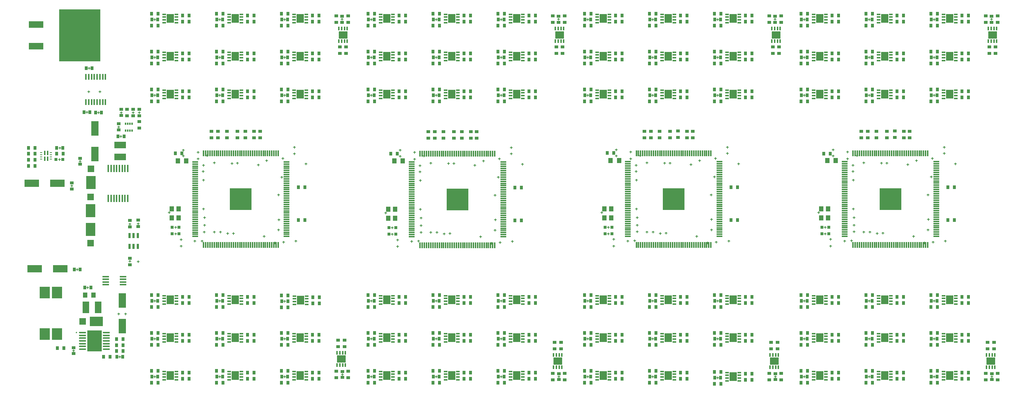
<source format=gtp>
G04*
G04 #@! TF.GenerationSoftware,Altium Limited,Altium Designer,18.1.7 (191)*
G04*
G04 Layer_Color=8421504*
%FSLAX25Y25*%
%MOIN*%
G70*
G01*
G75*
%ADD10C,0.00787*%
%ADD16C,0.00500*%
%ADD19R,0.02756X0.03150*%
%ADD20R,0.03500X0.03000*%
%ADD21R,0.01181X0.05807*%
%ADD22R,0.05807X0.01181*%
%ADD23R,0.20276X0.20276*%
%ADD24R,0.03937X0.04921*%
%ADD25R,0.04331X0.05118*%
%ADD26R,0.03000X0.03500*%
%ADD27R,0.13386X0.19685*%
%ADD28R,0.06299X0.01181*%
%ADD29R,0.05906X0.05984*%
%ADD30R,0.12205X0.08661*%
%ADD31R,0.03543X0.03000*%
%ADD32R,0.07087X0.13386*%
%ADD33R,0.01772X0.05807*%
%ADD34R,0.03000X0.03543*%
%ADD35R,0.01772X0.06594*%
%ADD36R,0.11000X0.06299*%
%ADD37R,0.01181X0.01870*%
%ADD38R,0.09646X0.11024*%
%ADD39R,0.06000X0.01800*%
%ADD40R,0.02362X0.04921*%
%ADD41R,0.08661X0.12205*%
%ADD42R,0.05984X0.05906*%
%ADD43R,0.02362X0.00787*%
%ADD44R,0.01575X0.04134*%
%ADD45R,0.13780X0.06299*%
%ADD46R,0.38386X0.48031*%
%ADD47R,0.06693X0.08071*%
%ADD48R,0.03347X0.01378*%
%ADD49R,0.08071X0.06693*%
%ADD50R,0.01378X0.03347*%
%ADD51R,0.13386X0.07087*%
%ADD52R,0.06299X0.11000*%
G36*
X60194Y77316D02*
X54091D01*
Y78300D01*
X60194D01*
Y77316D01*
D02*
G37*
G36*
Y79875D02*
X54091D01*
Y80859D01*
X60194D01*
Y79875D01*
D02*
G37*
G36*
Y82434D02*
X54091D01*
Y83418D01*
X60194D01*
Y82434D01*
D02*
G37*
G36*
Y84993D02*
X54091D01*
Y85977D01*
X60194D01*
Y84993D01*
D02*
G37*
G36*
Y87552D02*
X54091D01*
Y88537D01*
X60194D01*
Y87552D01*
D02*
G37*
G36*
Y90111D02*
X54091D01*
Y91096D01*
X60194D01*
Y90111D01*
D02*
G37*
G36*
Y92670D02*
X54091D01*
Y93655D01*
X60194D01*
Y92670D01*
D02*
G37*
G36*
X82241D02*
X76139D01*
Y93655D01*
X82241D01*
Y92670D01*
D02*
G37*
G36*
Y90111D02*
X76139D01*
Y91096D01*
X82241D01*
Y90111D01*
D02*
G37*
G36*
Y87552D02*
X76139D01*
Y88537D01*
X82241D01*
Y87552D01*
D02*
G37*
G36*
Y84993D02*
X76139D01*
Y85977D01*
X82241D01*
Y84993D01*
D02*
G37*
G36*
Y82434D02*
X76139D01*
Y83418D01*
X82241D01*
Y82434D01*
D02*
G37*
G36*
X73009Y80938D02*
X63324D01*
Y90033D01*
X73009D01*
Y80938D01*
D02*
G37*
G36*
X82241Y79875D02*
X76139D01*
Y80859D01*
X82241D01*
Y79875D01*
D02*
G37*
G36*
Y77316D02*
X76139D01*
Y78300D01*
X82241D01*
Y77316D01*
D02*
G37*
D10*
X52025Y93202D02*
G03*
X52025Y93202I-394J0D01*
G01*
D16*
X102926Y296599D02*
X104926D01*
X103926Y295599D02*
Y297599D01*
X742376Y184619D02*
X744376D01*
X743376Y183619D02*
Y185619D01*
X542076Y184604D02*
X544076D01*
X543076Y183604D02*
Y185604D01*
X343386Y183259D02*
Y185259D01*
X342386Y184259D02*
X344386D01*
X46306Y228669D02*
X48306D01*
X47306Y227669D02*
Y229669D01*
X62356Y337549D02*
X64356D01*
X63356Y336549D02*
Y338549D01*
X124009Y381418D02*
Y383418D01*
X123009Y382418D02*
X125009D01*
X826546Y252185D02*
X828546D01*
X827546Y251185D02*
Y253185D01*
X862583Y249129D02*
X864583D01*
X863583Y248129D02*
Y250129D01*
X795312Y248687D02*
Y250687D01*
X794312Y249687D02*
X796312D01*
X784746Y185273D02*
Y187273D01*
X783746Y186273D02*
X785746D01*
X837246Y220429D02*
X839246D01*
X838246Y219429D02*
Y221429D01*
X824946Y181273D02*
Y183273D01*
X823946Y182273D02*
X825946D01*
X837696Y197720D02*
X839696D01*
X838696Y196720D02*
Y198720D01*
X819746Y247329D02*
Y249329D01*
X818746Y248329D02*
X820746D01*
X800346Y248829D02*
Y250829D01*
X799346Y249829D02*
X801346D01*
X778946Y249129D02*
Y251129D01*
X777946Y250129D02*
X779946D01*
X768146Y234129D02*
X770146D01*
X769146Y233129D02*
Y235129D01*
X768146Y207629D02*
X770146D01*
X769146Y206629D02*
Y208629D01*
X779046Y185229D02*
Y187229D01*
X778046Y186229D02*
X780046D01*
X791346Y183929D02*
Y185929D01*
X790346Y184929D02*
X792346D01*
X747390Y173229D02*
X749390D01*
X748390Y172229D02*
Y174229D01*
X834946Y175273D02*
Y177273D01*
X833946Y176273D02*
X835946D01*
X768846Y186329D02*
X770846D01*
X769846Y185329D02*
Y187329D01*
X768946Y192429D02*
X770946D01*
X769946Y191429D02*
Y193429D01*
X767946Y247829D02*
X769946D01*
X768946Y246829D02*
Y248829D01*
X767846Y242129D02*
X769846D01*
X768846Y241129D02*
Y243129D01*
X747346Y179329D02*
X749346D01*
X748346Y178329D02*
Y180329D01*
X841346Y254229D02*
X843346D01*
X842346Y253229D02*
Y255229D01*
X837446Y188229D02*
X839446D01*
X838446Y187229D02*
Y189229D01*
X842946Y175773D02*
Y177773D01*
X841946Y176773D02*
X843946D01*
X795746Y185029D02*
X797746D01*
X796746Y184029D02*
Y186029D01*
X767746Y177029D02*
Y179029D01*
X766746Y178029D02*
X768746D01*
X769046Y199629D02*
X771046D01*
X770046Y198629D02*
Y200629D01*
X841246Y236029D02*
Y238029D01*
X840246Y237029D02*
X842246D01*
X761146Y176929D02*
Y178929D01*
X760146Y177929D02*
X762146D01*
X763946Y252829D02*
Y254829D01*
X762946Y253829D02*
X764946D01*
X853146Y257729D02*
Y259729D01*
X852146Y258729D02*
X854146D01*
X772528Y255797D02*
Y257797D01*
X771528Y256797D02*
X773528D01*
X854446Y176829D02*
Y178829D01*
X853446Y177829D02*
X855446D01*
X763046Y260029D02*
X765046D01*
X764046Y259029D02*
Y261029D01*
X749546Y262029D02*
X751546D01*
X750546Y261029D02*
Y263029D01*
X852146Y264529D02*
X854146D01*
X853146Y263529D02*
Y265529D01*
X749546Y256529D02*
X751546D01*
X750546Y255529D02*
Y257529D01*
X543076Y189534D02*
Y191534D01*
X542076Y190534D02*
X544076D01*
X536946Y203070D02*
Y205070D01*
X535946Y204070D02*
X537946D01*
X109516Y295569D02*
Y297569D01*
X108516Y296569D02*
X110516D01*
X91877Y296599D02*
X93877D01*
X92877Y295599D02*
Y297599D01*
X89496Y283279D02*
X91496D01*
X90496Y282279D02*
Y284279D01*
X92752Y273319D02*
Y275319D01*
X91752Y274319D02*
X93752D01*
X35898Y251973D02*
Y253973D01*
X34898Y252973D02*
X36898D01*
X124009Y311418D02*
Y313418D01*
X123009Y312418D02*
X125009D01*
X724009Y121418D02*
Y123418D01*
X723009Y122418D02*
X725009D01*
X723009D02*
X725009D01*
X724009Y121418D02*
Y123418D01*
X342386Y190189D02*
X344386D01*
X343386Y189189D02*
Y191189D01*
X347356Y178969D02*
X349356D01*
X348356Y177969D02*
Y179969D01*
X368856Y185969D02*
X370856D01*
X369856Y184969D02*
Y186969D01*
X368956Y192069D02*
X370956D01*
X369956Y191069D02*
Y193069D01*
X368156Y233769D02*
X370156D01*
X369156Y232769D02*
Y234769D01*
X367856Y241769D02*
X369856D01*
X368856Y240769D02*
Y242769D01*
X391356Y183569D02*
Y185569D01*
X390356Y184569D02*
X392356D01*
X453456Y177469D02*
X455456D01*
X454456Y176469D02*
Y178469D01*
X452156Y258369D02*
X454156D01*
X453156Y257369D02*
Y259369D01*
X452156Y264169D02*
X454156D01*
X453156Y263169D02*
Y265169D01*
X347400Y172869D02*
X349400D01*
X348400Y171869D02*
Y173869D01*
X362956Y253469D02*
X364956D01*
X363956Y252469D02*
Y254469D01*
X367756Y176669D02*
Y178669D01*
X366756Y177669D02*
X368756D01*
X368156Y207269D02*
X370156D01*
X369156Y206269D02*
Y208269D01*
X369056Y199269D02*
X371056D01*
X370056Y198269D02*
Y200269D01*
X363056Y259669D02*
X365056D01*
X364056Y258669D02*
Y260669D01*
X384756Y184913D02*
Y186913D01*
X383756Y185913D02*
X385756D01*
X400356Y248469D02*
Y250469D01*
X399356Y249469D02*
X401356D01*
X437456Y187869D02*
X439456D01*
X438456Y186869D02*
Y188869D01*
X437256Y220069D02*
X439256D01*
X438256Y219069D02*
Y221069D01*
X441356Y253869D02*
X443356D01*
X442356Y252869D02*
Y254869D01*
X367956Y247469D02*
X369956D01*
X368956Y246469D02*
Y248469D01*
X336256Y203725D02*
X338256D01*
X337256Y202725D02*
Y204725D01*
X349556Y256169D02*
X351556D01*
X350556Y255169D02*
Y257169D01*
X372538Y255437D02*
Y257437D01*
X371538Y256437D02*
X373538D01*
X396756Y183669D02*
Y185669D01*
X395756Y184669D02*
X397756D01*
X424956Y180913D02*
Y182913D01*
X423956Y181913D02*
X425956D01*
X434956Y174913D02*
Y176913D01*
X433956Y175913D02*
X435956D01*
X442956Y175413D02*
Y177413D01*
X441956Y176413D02*
X443956D01*
X441256Y235669D02*
Y237669D01*
X440256Y236669D02*
X442256D01*
X419756Y246969D02*
Y248969D01*
X418756Y247969D02*
X420756D01*
X427556Y250825D02*
Y252825D01*
X426556Y251825D02*
X428556D01*
X462593Y248769D02*
X464593D01*
X463593Y247769D02*
Y249769D01*
X349556Y261669D02*
X351556D01*
X350556Y260669D02*
Y262669D01*
X379056Y184869D02*
Y186869D01*
X378056Y185869D02*
X380056D01*
X361156Y176569D02*
Y178569D01*
X360156Y177569D02*
X362156D01*
X378956Y248769D02*
Y250769D01*
X377956Y249769D02*
X379956D01*
X395322Y248327D02*
Y250327D01*
X394322Y249327D02*
X396322D01*
X437706Y197360D02*
X439706D01*
X438706Y196360D02*
Y198360D01*
X495985Y382676D02*
X497985D01*
X496985Y381676D02*
Y383676D01*
X324009Y311418D02*
Y313418D01*
X323009Y312418D02*
X325009D01*
X724009Y311418D02*
Y313418D01*
X723009Y312418D02*
X725009D01*
X324009Y346418D02*
Y348418D01*
X323009Y347418D02*
X325009D01*
X524009Y346418D02*
Y348418D01*
X523009Y347418D02*
X525009D01*
X724009Y346418D02*
Y348418D01*
X723009Y347418D02*
X725009D01*
X324009Y381418D02*
Y383418D01*
X323009Y382418D02*
X325009D01*
X524009Y381418D02*
Y383418D01*
X523009Y382418D02*
X525009D01*
X724009Y381418D02*
Y383418D01*
X723009Y382418D02*
X725009D01*
X384009Y311418D02*
Y313418D01*
X383009Y312418D02*
X385009D01*
X584009Y311418D02*
Y313418D01*
X583009Y312418D02*
X585009D01*
X784009Y311418D02*
Y313418D01*
X783009Y312418D02*
X785009D01*
X384009Y346418D02*
Y348418D01*
X383009Y347418D02*
X385009D01*
X584009Y346418D02*
Y348418D01*
X583009Y347418D02*
X585009D01*
X784009Y346418D02*
Y348418D01*
X783009Y347418D02*
X785009D01*
X384009Y381418D02*
Y383418D01*
X383009Y382418D02*
X385009D01*
X584009Y381418D02*
Y383418D01*
X583009Y382418D02*
X585009D01*
X784009Y381418D02*
Y383418D01*
X783009Y382418D02*
X785009D01*
X444009Y311418D02*
Y313418D01*
X443009Y312418D02*
X445009D01*
X644009Y311418D02*
Y313418D01*
X643009Y312418D02*
X645009D01*
X844009Y311418D02*
Y313418D01*
X843009Y312418D02*
X845009D01*
X444009Y346418D02*
Y348418D01*
X443009Y347418D02*
X445009D01*
X644009Y346418D02*
Y348418D01*
X643009Y347418D02*
X645009D01*
X844009Y346418D02*
Y348418D01*
X843009Y347418D02*
X845009D01*
X444009Y381418D02*
Y383418D01*
X443009Y382418D02*
X445009D01*
X644009Y381418D02*
Y383418D01*
X643009Y382418D02*
X645009D01*
X844009Y381418D02*
Y383418D01*
X843009Y382418D02*
X845009D01*
X324009Y121418D02*
Y123418D01*
X323009Y122418D02*
X325009D01*
X524009Y121418D02*
Y123418D01*
X523009Y122418D02*
X525009D01*
X324009Y86418D02*
Y88418D01*
X323009Y87418D02*
X325009D01*
X524009Y86418D02*
Y88418D01*
X523009Y87418D02*
X525009D01*
X724009Y86418D02*
Y88418D01*
X723009Y87418D02*
X725009D01*
X323009Y52418D02*
X325009D01*
X324009Y51418D02*
Y53418D01*
X523009Y52418D02*
X525009D01*
X524009Y51418D02*
Y53418D01*
X723009Y52418D02*
X725009D01*
X724009Y51418D02*
Y53418D01*
X384009Y121418D02*
Y123418D01*
X383009Y122418D02*
X385009D01*
X584009Y121418D02*
Y123418D01*
X583009Y122418D02*
X585009D01*
X784009Y121418D02*
Y123418D01*
X783009Y122418D02*
X785009D01*
X384009Y86418D02*
Y88418D01*
X383009Y87418D02*
X385009D01*
X584009Y86418D02*
Y88418D01*
X583009Y87418D02*
X585009D01*
X784009Y86418D02*
Y88418D01*
X783009Y87418D02*
X785009D01*
X384009Y51418D02*
Y53418D01*
X383009Y52418D02*
X385009D01*
X584009Y51418D02*
Y53418D01*
X583009Y52418D02*
X585009D01*
X784009Y51418D02*
Y53418D01*
X783009Y52418D02*
X785009D01*
X444009Y121418D02*
Y123418D01*
X443009Y122418D02*
X445009D01*
X644009Y121418D02*
Y123418D01*
X643009Y122418D02*
X645009D01*
X844009Y121418D02*
Y123418D01*
X843009Y122418D02*
X845009D01*
X444009Y86418D02*
Y88418D01*
X443009Y87418D02*
X445009D01*
X644009Y86418D02*
Y88418D01*
X643009Y87418D02*
X645009D01*
X844009Y86418D02*
Y88418D01*
X843009Y87418D02*
X845009D01*
X444009Y51418D02*
Y53418D01*
X443009Y52418D02*
X445009D01*
X644009Y50418D02*
Y52418D01*
X643009Y51418D02*
X645009D01*
X844009D02*
Y53418D01*
X843009Y52418D02*
X845009D01*
X524009Y311418D02*
Y313418D01*
X523009Y312418D02*
X525009D01*
X143276Y183519D02*
Y185519D01*
X142276Y184519D02*
X144276D01*
X143276Y189449D02*
Y191449D01*
X142276Y190449D02*
X144276D01*
X137146Y202985D02*
Y204985D01*
X136146Y203985D02*
X138146D01*
X123009Y87418D02*
X125009D01*
X124009Y86418D02*
Y88418D01*
X123009Y122418D02*
X125009D01*
X124009Y121418D02*
Y123418D01*
X123009Y52418D02*
X125009D01*
X124009Y51418D02*
Y53418D01*
X183009Y122418D02*
X185009D01*
X184009Y121418D02*
Y123418D01*
X183009Y87418D02*
X185009D01*
X184009Y86418D02*
Y88418D01*
X183009Y52418D02*
X185009D01*
X184009Y51418D02*
Y53418D01*
X243126Y122059D02*
X245126D01*
X244126Y121059D02*
Y123059D01*
X243009Y87418D02*
X245009D01*
X244009Y86418D02*
Y88418D01*
X243009Y52418D02*
X245009D01*
X244009Y51418D02*
Y53418D01*
X123009Y122418D02*
X125009D01*
X124009Y121418D02*
Y123418D01*
X297267Y53442D02*
Y55442D01*
X296267Y54442D02*
X298267D01*
X243009Y52418D02*
X245009D01*
X244009Y51418D02*
Y53418D01*
X243009Y87418D02*
X245009D01*
X244009Y86418D02*
Y88418D01*
X243126Y122059D02*
X245126D01*
X244126Y121059D02*
Y123059D01*
X183009Y52418D02*
X185009D01*
X184009Y51418D02*
Y53418D01*
X183009Y87418D02*
X185009D01*
X184009Y86418D02*
Y88418D01*
X183009Y122418D02*
X185009D01*
X184009Y121418D02*
Y123418D01*
X123009Y52418D02*
X125009D01*
X124009Y51418D02*
Y53418D01*
X123009Y87418D02*
X125009D01*
X124009Y86418D02*
Y88418D01*
X184009Y381418D02*
Y383418D01*
X183009Y382418D02*
X185009D01*
X123009Y312418D02*
X125009D01*
X124009Y311418D02*
Y313418D01*
X243009Y312418D02*
X245009D01*
X244009Y311418D02*
Y313418D01*
X123009Y382418D02*
X125009D01*
X124009Y381418D02*
Y383418D01*
X243009Y382418D02*
X245009D01*
X244009Y381418D02*
Y383418D01*
X123009Y347418D02*
X125009D01*
X124009Y346418D02*
Y348418D01*
X243009Y347418D02*
X245009D01*
X244009Y346418D02*
Y348418D01*
X183009Y312418D02*
X185009D01*
X184009Y311418D02*
Y313418D01*
X183009Y382418D02*
X185009D01*
X184009Y381418D02*
Y383418D01*
X183009Y347418D02*
X185009D01*
X184009Y346418D02*
Y348418D01*
X243009Y312418D02*
X245009D01*
X244009Y311418D02*
Y313418D01*
X243009Y382418D02*
X245009D01*
X244009Y381418D02*
Y383418D01*
X123009Y347418D02*
X125009D01*
X124009Y346418D02*
Y348418D01*
X243009Y347418D02*
X245009D01*
X244009Y346418D02*
Y348418D01*
X183009Y312418D02*
X185009D01*
X184009Y311418D02*
Y313418D01*
X296985Y381676D02*
Y383676D01*
X295985Y382676D02*
X297985D01*
X183009Y347418D02*
X185009D01*
X184009Y346418D02*
Y348418D01*
X723009Y312418D02*
X725009D01*
X724009Y311418D02*
Y313418D01*
X523009Y312418D02*
X525009D01*
X524009Y311418D02*
Y313418D01*
X323009Y312418D02*
X325009D01*
X324009Y311418D02*
Y313418D01*
X897267Y51442D02*
Y53442D01*
X896267Y52442D02*
X898267D01*
X697267Y51442D02*
Y53442D01*
X696267Y52442D02*
X698267D01*
X497267Y51442D02*
Y53442D01*
X496267Y52442D02*
X498267D01*
X843009Y52418D02*
X845009D01*
X844009Y51418D02*
Y53418D01*
X643009Y51418D02*
X645009D01*
X644009Y50418D02*
Y52418D01*
X443009D02*
X445009D01*
X444009Y51418D02*
Y53418D01*
X843009Y87418D02*
X845009D01*
X844009Y86418D02*
Y88418D01*
X643009Y87418D02*
X645009D01*
X644009Y86418D02*
Y88418D01*
X443009Y87418D02*
X445009D01*
X444009Y86418D02*
Y88418D01*
X843009Y122418D02*
X845009D01*
X844009Y121418D02*
Y123418D01*
X643009Y122418D02*
X645009D01*
X644009Y121418D02*
Y123418D01*
X443009Y122418D02*
X445009D01*
X444009Y121418D02*
Y123418D01*
X783009Y52418D02*
X785009D01*
X784009Y51418D02*
Y53418D01*
X583009Y52418D02*
X585009D01*
X584009Y51418D02*
Y53418D01*
X383009Y52418D02*
X385009D01*
X384009Y51418D02*
Y53418D01*
X783009Y87418D02*
X785009D01*
X784009Y86418D02*
Y88418D01*
X583009Y87418D02*
X585009D01*
X584009Y86418D02*
Y88418D01*
X383009Y87418D02*
X385009D01*
X384009Y86418D02*
Y88418D01*
X783009Y122418D02*
X785009D01*
X784009Y121418D02*
Y123418D01*
X583009Y122418D02*
X585009D01*
X584009Y121418D02*
Y123418D01*
X383009Y122418D02*
X385009D01*
X384009Y121418D02*
Y123418D01*
X723009Y52418D02*
X725009D01*
X724009Y51418D02*
Y53418D01*
X523009Y52418D02*
X525009D01*
X524009Y51418D02*
Y53418D01*
X323009Y52418D02*
X325009D01*
X324009Y51418D02*
Y53418D01*
X723009Y87418D02*
X725009D01*
X724009Y86418D02*
Y88418D01*
X523009Y87418D02*
X525009D01*
X524009Y86418D02*
Y88418D01*
X323009Y87418D02*
X325009D01*
X324009Y86418D02*
Y88418D01*
X523009Y122418D02*
X525009D01*
X524009Y121418D02*
Y123418D01*
X323009Y122418D02*
X325009D01*
X324009Y121418D02*
Y123418D01*
X896985Y381676D02*
Y383676D01*
X895985Y382676D02*
X897985D01*
X696985Y381676D02*
Y383676D01*
X695985Y382676D02*
X697985D01*
X843009Y382418D02*
X845009D01*
X844009Y381418D02*
Y383418D01*
X643009Y382418D02*
X645009D01*
X644009Y381418D02*
Y383418D01*
X443009Y382418D02*
X445009D01*
X444009Y381418D02*
Y383418D01*
X843009Y347418D02*
X845009D01*
X844009Y346418D02*
Y348418D01*
X643009Y347418D02*
X645009D01*
X644009Y346418D02*
Y348418D01*
X443009Y347418D02*
X445009D01*
X444009Y346418D02*
Y348418D01*
X843009Y312418D02*
X845009D01*
X844009Y311418D02*
Y313418D01*
X643009Y312418D02*
X645009D01*
X644009Y311418D02*
Y313418D01*
X443009Y312418D02*
X445009D01*
X444009Y311418D02*
Y313418D01*
X783009Y382418D02*
X785009D01*
X784009Y381418D02*
Y383418D01*
X583009Y382418D02*
X585009D01*
X584009Y381418D02*
Y383418D01*
X383009Y382418D02*
X385009D01*
X384009Y381418D02*
Y383418D01*
X783009Y347418D02*
X785009D01*
X784009Y346418D02*
Y348418D01*
X583009Y347418D02*
X585009D01*
X584009Y346418D02*
Y348418D01*
X383009Y347418D02*
X385009D01*
X384009Y346418D02*
Y348418D01*
X783009Y312418D02*
X785009D01*
X784009Y311418D02*
Y313418D01*
X583009Y312418D02*
X585009D01*
X584009Y311418D02*
Y313418D01*
X383009Y312418D02*
X385009D01*
X384009Y311418D02*
Y313418D01*
X723009Y382418D02*
X725009D01*
X724009Y381418D02*
Y383418D01*
X523009Y382418D02*
X525009D01*
X524009Y381418D02*
Y383418D01*
X323009Y382418D02*
X325009D01*
X324009Y381418D02*
Y383418D01*
X723009Y347418D02*
X725009D01*
X724009Y346418D02*
Y348418D01*
X523009Y347418D02*
X525009D01*
X524009Y346418D02*
Y348418D01*
X323009Y347418D02*
X325009D01*
X324009Y346418D02*
Y348418D01*
X100836Y158093D02*
Y160093D01*
X99836Y159093D02*
X101836D01*
X100846Y192625D02*
Y194625D01*
X99846Y193625D02*
X101846D01*
X108806Y157849D02*
Y159849D01*
X107806Y158849D02*
X109806D01*
X108706Y192839D02*
Y194839D01*
X107706Y193839D02*
X109706D01*
X262483Y249029D02*
X264483D01*
X263483Y248029D02*
Y250029D01*
X195212Y248587D02*
Y250587D01*
X194212Y249587D02*
X196212D01*
X184646Y185173D02*
Y187173D01*
X183646Y186173D02*
X185646D01*
X237146Y220329D02*
X239146D01*
X238146Y219329D02*
Y221329D01*
X224846Y181173D02*
Y183173D01*
X223846Y182173D02*
X225846D01*
X237596Y197620D02*
X239596D01*
X238596Y196620D02*
Y198620D01*
X219646Y247229D02*
Y249229D01*
X218646Y248229D02*
X220646D01*
X200246Y248729D02*
Y250729D01*
X199246Y249729D02*
X201246D01*
X178846Y249029D02*
Y251029D01*
X177846Y250029D02*
X179846D01*
X168046Y234029D02*
X170046D01*
X169046Y233029D02*
Y235029D01*
X168046Y207529D02*
X170046D01*
X169046Y206529D02*
Y208529D01*
X178946Y185129D02*
Y187129D01*
X177946Y186129D02*
X179946D01*
X191246Y183829D02*
Y185829D01*
X190246Y184829D02*
X192246D01*
X147290Y173129D02*
X149290D01*
X148290Y172129D02*
Y174129D01*
X234846Y175173D02*
Y177173D01*
X233846Y176173D02*
X235846D01*
X168746Y186229D02*
X170746D01*
X169746Y185229D02*
Y187229D01*
X168846Y192329D02*
X170846D01*
X169846Y191329D02*
Y193329D01*
X167846Y247729D02*
X169846D01*
X168846Y246729D02*
Y248729D01*
X167746Y242029D02*
X169746D01*
X168746Y241029D02*
Y243029D01*
X147246Y179229D02*
X149246D01*
X148246Y178229D02*
Y180229D01*
X241246Y254129D02*
X243246D01*
X242246Y253129D02*
Y255129D01*
X237346Y188129D02*
X239346D01*
X238346Y187129D02*
Y189129D01*
X242846Y175673D02*
Y177673D01*
X241846Y176673D02*
X243846D01*
X196646Y183929D02*
Y185929D01*
X195646Y184929D02*
X197646D01*
X167646Y176929D02*
Y178929D01*
X166646Y177929D02*
X168646D01*
X168946Y199529D02*
X170946D01*
X169946Y198529D02*
Y200529D01*
X241146Y235929D02*
Y237929D01*
X240146Y236929D02*
X242146D01*
X161046Y176829D02*
Y178829D01*
X160046Y177829D02*
X162046D01*
X162846Y253729D02*
X164846D01*
X163846Y252729D02*
Y254729D01*
X252046Y258629D02*
X254046D01*
X253046Y257629D02*
Y259629D01*
X172428Y255697D02*
Y257697D01*
X171428Y256697D02*
X173428D01*
X253346Y177729D02*
X255346D01*
X254346Y176729D02*
Y178729D01*
X162946Y259929D02*
X164946D01*
X163946Y258929D02*
Y260929D01*
X149446Y261929D02*
X151446D01*
X150446Y260929D02*
Y262929D01*
X252046Y264429D02*
X254046D01*
X253046Y263429D02*
Y265429D01*
X227446Y251085D02*
Y253085D01*
X226446Y252085D02*
X228446D01*
X149446Y256429D02*
X151446D01*
X150446Y255429D02*
Y257429D01*
X663283Y248114D02*
Y250114D01*
X662283Y249114D02*
X664283D01*
X594012Y249672D02*
X596012D01*
X595012Y248672D02*
Y250672D01*
X583446Y186258D02*
X585446D01*
X584446Y185258D02*
Y187258D01*
X637946Y219414D02*
Y221414D01*
X636946Y220414D02*
X638946D01*
X623646Y182258D02*
X625646D01*
X624646Y181258D02*
Y183258D01*
X638396Y196705D02*
Y198705D01*
X637396Y197705D02*
X639396D01*
X618446Y248314D02*
X620446D01*
X619446Y247314D02*
Y249314D01*
X599046Y249814D02*
X601046D01*
X600046Y248814D02*
Y250814D01*
X577646Y250114D02*
X579646D01*
X578646Y249114D02*
Y251114D01*
X568846Y233114D02*
Y235114D01*
X567846Y234114D02*
X569846D01*
X568846Y206614D02*
Y208614D01*
X567846Y207614D02*
X569846D01*
X577746Y186214D02*
X579746D01*
X578746Y185214D02*
Y187214D01*
X590046Y184914D02*
X592046D01*
X591046Y183914D02*
Y185914D01*
X548090Y172214D02*
Y174214D01*
X547090Y173214D02*
X549090D01*
X633646Y176258D02*
X635646D01*
X634646Y175258D02*
Y177258D01*
X569546Y185314D02*
Y187314D01*
X568546Y186314D02*
X570546D01*
X569646Y191414D02*
Y193414D01*
X568646Y192414D02*
X570646D01*
X568646Y246814D02*
Y248814D01*
X567646Y247814D02*
X569646D01*
X568546Y241114D02*
Y243114D01*
X567546Y242114D02*
X569546D01*
X548046Y178314D02*
Y180314D01*
X547046Y179314D02*
X549046D01*
X642046Y253214D02*
Y255214D01*
X641046Y254214D02*
X643046D01*
X638146Y187214D02*
Y189214D01*
X637146Y188214D02*
X639146D01*
X641646Y176758D02*
X643646D01*
X642646Y175758D02*
Y177758D01*
X595446Y185014D02*
X597446D01*
X596446Y184014D02*
Y186014D01*
X566446Y178014D02*
X568446D01*
X567446Y177014D02*
Y179014D01*
X569746Y198614D02*
Y200614D01*
X568746Y199614D02*
X570746D01*
X639946Y237014D02*
X641946D01*
X640946Y236014D02*
Y238014D01*
X559846Y177914D02*
X561846D01*
X560846Y176914D02*
Y178914D01*
X563646Y252814D02*
Y254814D01*
X562646Y253814D02*
X564646D01*
X652846Y257714D02*
Y259714D01*
X651846Y258714D02*
X653846D01*
X571228Y256782D02*
X573228D01*
X572228Y255782D02*
Y257782D01*
X654146Y176814D02*
Y178814D01*
X653146Y177814D02*
X655146D01*
X563746Y259014D02*
Y261014D01*
X562746Y260014D02*
X564746D01*
X550246Y261014D02*
Y263014D01*
X549246Y262014D02*
X551246D01*
X652846Y263514D02*
Y265514D01*
X651846Y264514D02*
X653846D01*
X626246Y252170D02*
X628246D01*
X627246Y251170D02*
Y253170D01*
X550246Y255514D02*
Y257514D01*
X549246Y256514D02*
X551246D01*
X742376Y190549D02*
X744376D01*
X743376Y189549D02*
Y191549D01*
X36160Y262889D02*
Y264889D01*
X35160Y263889D02*
X37160D01*
X63126Y314709D02*
Y316709D01*
X62126Y315709D02*
X64126D01*
X73366Y314709D02*
Y316709D01*
X72366Y315709D02*
X74366D01*
X55116Y250499D02*
Y252499D01*
X54116Y251499D02*
X56116D01*
X51350Y151549D02*
X53350D01*
X52350Y150549D02*
Y152549D01*
X47976Y76499D02*
X49976D01*
X48976Y75499D02*
Y77499D01*
X62132Y133699D02*
Y135699D01*
X61132Y134699D02*
X63132D01*
X91576Y69699D02*
Y71699D01*
X90576Y70699D02*
X92576D01*
X95976Y110399D02*
X97976D01*
X96976Y109399D02*
Y111399D01*
X89698Y110399D02*
X91698D01*
X90698Y109399D02*
Y111399D01*
X736246Y204085D02*
X738246D01*
X737246Y203085D02*
Y205085D01*
X61246Y295669D02*
Y297669D01*
X60246Y296669D02*
X62246D01*
X71952Y295489D02*
Y297489D01*
X70952Y296489D02*
X72952D01*
D19*
X740226Y184619D02*
D03*
X746526D02*
D03*
X539926Y184604D02*
D03*
X546226D02*
D03*
X346536Y184259D02*
D03*
X340236D02*
D03*
X32749Y252973D02*
D03*
X39048D02*
D03*
X340236Y190189D02*
D03*
X346536D02*
D03*
X746526Y190549D02*
D03*
X740226D02*
D03*
X546226Y190534D02*
D03*
X539926D02*
D03*
X146426Y184519D02*
D03*
X140126D02*
D03*
X146426Y190449D02*
D03*
X140126D02*
D03*
D20*
X821246Y273129D02*
D03*
Y279129D02*
D03*
X815846Y273129D02*
D03*
Y279129D02*
D03*
X800346Y273129D02*
D03*
Y279129D02*
D03*
X790646Y273129D02*
D03*
Y279129D02*
D03*
X782546Y273129D02*
D03*
Y279129D02*
D03*
X776546Y273129D02*
D03*
Y279129D02*
D03*
X620946Y273114D02*
D03*
Y279114D02*
D03*
X615546Y273114D02*
D03*
Y279114D02*
D03*
X600046Y273114D02*
D03*
Y279114D02*
D03*
X590346Y273114D02*
D03*
Y279114D02*
D03*
X582246Y273114D02*
D03*
Y279114D02*
D03*
X576246Y273114D02*
D03*
Y279114D02*
D03*
X421256Y272769D02*
D03*
Y278769D02*
D03*
X415856Y272769D02*
D03*
Y278769D02*
D03*
X400356Y272769D02*
D03*
Y278769D02*
D03*
X390656Y272769D02*
D03*
Y278769D02*
D03*
X382556Y272769D02*
D03*
Y278769D02*
D03*
X376556Y272769D02*
D03*
Y278769D02*
D03*
X176446Y279029D02*
D03*
X182446D02*
D03*
X190546D02*
D03*
X200246D02*
D03*
X215746D02*
D03*
X221146D02*
D03*
X103926Y299599D02*
D03*
Y293599D02*
D03*
X109516Y299569D02*
D03*
Y293569D02*
D03*
X109506Y288139D02*
D03*
Y282139D02*
D03*
X98414Y299599D02*
D03*
Y293599D02*
D03*
X407756Y278969D02*
D03*
Y272969D02*
D03*
X491485Y385676D02*
D03*
Y379676D02*
D03*
X502485Y385676D02*
D03*
Y379676D02*
D03*
X500785Y356976D02*
D03*
Y350976D02*
D03*
X495085Y356976D02*
D03*
Y350976D02*
D03*
X299167Y86142D02*
D03*
Y80142D02*
D03*
X302767Y57442D02*
D03*
Y51442D02*
D03*
X293467Y86142D02*
D03*
Y80142D02*
D03*
X291767Y57442D02*
D03*
Y51442D02*
D03*
X295085Y350976D02*
D03*
Y356976D02*
D03*
X300785Y350976D02*
D03*
Y356976D02*
D03*
X291485Y379676D02*
D03*
Y385676D02*
D03*
X302485Y379676D02*
D03*
Y385676D02*
D03*
X899167Y84142D02*
D03*
Y78142D02*
D03*
X902767Y55442D02*
D03*
Y49442D02*
D03*
X893467Y84142D02*
D03*
Y78142D02*
D03*
X891767Y55442D02*
D03*
Y49442D02*
D03*
X699167Y84142D02*
D03*
Y78142D02*
D03*
X702767Y55442D02*
D03*
Y49442D02*
D03*
X693467Y84142D02*
D03*
Y78142D02*
D03*
X691767Y55442D02*
D03*
Y49442D02*
D03*
X499167Y84142D02*
D03*
Y78142D02*
D03*
X502767Y55442D02*
D03*
Y49442D02*
D03*
X493467Y84142D02*
D03*
Y78142D02*
D03*
X491767Y55442D02*
D03*
Y49442D02*
D03*
X895085Y350976D02*
D03*
Y356976D02*
D03*
X891485Y379676D02*
D03*
Y385676D02*
D03*
X900785Y350976D02*
D03*
Y356976D02*
D03*
X902485Y379676D02*
D03*
Y385676D02*
D03*
X695085Y350976D02*
D03*
Y356976D02*
D03*
X691485Y379676D02*
D03*
Y385676D02*
D03*
X700785Y350976D02*
D03*
Y356976D02*
D03*
X702485Y379676D02*
D03*
Y385676D02*
D03*
X108786Y191009D02*
D03*
Y197009D02*
D03*
X207646Y273229D02*
D03*
Y279229D02*
D03*
X607446Y273314D02*
D03*
Y279314D02*
D03*
X807746Y273329D02*
D03*
Y279329D02*
D03*
X221146Y273029D02*
D03*
X215746D02*
D03*
X200246D02*
D03*
X190546D02*
D03*
X182446D02*
D03*
X176446D02*
D03*
X100846Y190869D02*
D03*
Y196869D02*
D03*
X100836Y161849D02*
D03*
Y155849D02*
D03*
D21*
X778966Y174278D02*
D03*
X800620D02*
D03*
X820305D02*
D03*
X830148D02*
D03*
X773061Y258829D02*
D03*
X782903D02*
D03*
X790777D02*
D03*
X806526D02*
D03*
X824242D02*
D03*
X775029D02*
D03*
X776998D02*
D03*
X780935D02*
D03*
X784872D02*
D03*
X786840D02*
D03*
X788809D02*
D03*
X792746D02*
D03*
X794714D02*
D03*
X796683D02*
D03*
X798652D02*
D03*
X802588D02*
D03*
X804557D02*
D03*
X808494D02*
D03*
X810462D02*
D03*
X812431D02*
D03*
X814400D02*
D03*
X816368D02*
D03*
X832116D02*
D03*
X834085D02*
D03*
X836053D02*
D03*
X834085Y174278D02*
D03*
X832116D02*
D03*
X826210D02*
D03*
X824242D02*
D03*
X822274D02*
D03*
X818336D02*
D03*
X816368D02*
D03*
X814400D02*
D03*
X812431D02*
D03*
X810462D02*
D03*
X808494D02*
D03*
X806526D02*
D03*
X804557D02*
D03*
X802588D02*
D03*
X798652D02*
D03*
X790777D02*
D03*
X782903D02*
D03*
X780935D02*
D03*
X776998D02*
D03*
X773061D02*
D03*
X771092D02*
D03*
X818336Y258829D02*
D03*
X820305D02*
D03*
X828179D02*
D03*
X830148D02*
D03*
X794714Y174278D02*
D03*
X788809D02*
D03*
X786840D02*
D03*
X784872D02*
D03*
X769124Y258829D02*
D03*
X826210D02*
D03*
X838022D02*
D03*
Y174278D02*
D03*
X796683D02*
D03*
X769124D02*
D03*
X778966Y258829D02*
D03*
X800620D02*
D03*
X822274D02*
D03*
X828179Y174278D02*
D03*
X792746D02*
D03*
X775029D02*
D03*
X771092Y258829D02*
D03*
X836053Y174278D02*
D03*
X578666Y174263D02*
D03*
X600320D02*
D03*
X572761Y258814D02*
D03*
X582604D02*
D03*
X590478D02*
D03*
X620005Y174263D02*
D03*
X629847D02*
D03*
X606225Y258814D02*
D03*
X623942D02*
D03*
X570792Y174263D02*
D03*
X572761D02*
D03*
X576698D02*
D03*
X580635D02*
D03*
X582604D02*
D03*
X590478D02*
D03*
X598351D02*
D03*
X602288D02*
D03*
X604257D02*
D03*
X606225D02*
D03*
X608194D02*
D03*
X610162D02*
D03*
X612131D02*
D03*
X614100D02*
D03*
X616068D02*
D03*
X618037D02*
D03*
X621974D02*
D03*
X623942D02*
D03*
X625911D02*
D03*
X631816D02*
D03*
X633785D02*
D03*
X635753Y258814D02*
D03*
X633785D02*
D03*
X631816D02*
D03*
X616068D02*
D03*
X614100D02*
D03*
X612131D02*
D03*
X610162D02*
D03*
X608194D02*
D03*
X604257D02*
D03*
X602288D02*
D03*
X598351D02*
D03*
X596383D02*
D03*
X594415D02*
D03*
X592446D02*
D03*
X588509D02*
D03*
X586541D02*
D03*
X584572D02*
D03*
X580635D02*
D03*
X576698D02*
D03*
X574729D02*
D03*
X618037D02*
D03*
X620005D02*
D03*
X627879D02*
D03*
X629847D02*
D03*
X594415Y174263D02*
D03*
X588509D02*
D03*
X586541D02*
D03*
X584572D02*
D03*
X578666Y258814D02*
D03*
X600320D02*
D03*
X621974D02*
D03*
X627879Y174263D02*
D03*
X592446D02*
D03*
X574729D02*
D03*
X568824Y258814D02*
D03*
X625911D02*
D03*
X637722D02*
D03*
Y174263D02*
D03*
X596383D02*
D03*
X568824D02*
D03*
X570792Y258814D02*
D03*
X635753Y174263D02*
D03*
X384882Y173918D02*
D03*
X386851D02*
D03*
X388819D02*
D03*
X394724D02*
D03*
X430158Y258469D02*
D03*
X428189D02*
D03*
X420315D02*
D03*
X418347D02*
D03*
X375039D02*
D03*
X377008D02*
D03*
X380945D02*
D03*
X384882D02*
D03*
X386851D02*
D03*
X388819D02*
D03*
X392756D02*
D03*
X394724D02*
D03*
X396693D02*
D03*
X398661D02*
D03*
X402598D02*
D03*
X404567D02*
D03*
X408504D02*
D03*
X410472D02*
D03*
X412441D02*
D03*
X414409D02*
D03*
X416378D02*
D03*
X432126D02*
D03*
X434095D02*
D03*
X436063D02*
D03*
X434095Y173918D02*
D03*
X432126D02*
D03*
X426221D02*
D03*
X424252D02*
D03*
X422284D02*
D03*
X418347D02*
D03*
X416378D02*
D03*
X414409D02*
D03*
X412441D02*
D03*
X410472D02*
D03*
X408504D02*
D03*
X406535D02*
D03*
X404567D02*
D03*
X402598D02*
D03*
X398661D02*
D03*
X390788D02*
D03*
X382913D02*
D03*
X380945D02*
D03*
X377008D02*
D03*
X373071D02*
D03*
X371102D02*
D03*
X424252Y258469D02*
D03*
X382913D02*
D03*
X373071D02*
D03*
X406535D02*
D03*
X390788D02*
D03*
X430158Y173918D02*
D03*
X420315D02*
D03*
X400630D02*
D03*
X378976D02*
D03*
X369134Y258469D02*
D03*
X426221D02*
D03*
X438032D02*
D03*
Y173918D02*
D03*
X396693D02*
D03*
X369134D02*
D03*
X378976Y258469D02*
D03*
X400630D02*
D03*
X422284D02*
D03*
X428189Y173918D02*
D03*
X392756D02*
D03*
X375039D02*
D03*
X371102Y258469D02*
D03*
X436063Y173918D02*
D03*
X235953Y174178D02*
D03*
X170992Y258729D02*
D03*
X174929Y174178D02*
D03*
X192646D02*
D03*
X228079D02*
D03*
X222174Y258729D02*
D03*
X200520D02*
D03*
X178867D02*
D03*
X169024Y174178D02*
D03*
X196583D02*
D03*
X237922D02*
D03*
Y258729D02*
D03*
X226111D02*
D03*
X169024D02*
D03*
X174929D02*
D03*
X176898D02*
D03*
X180835D02*
D03*
X184772D02*
D03*
X186741D02*
D03*
X188709D02*
D03*
X192646D02*
D03*
X194615D02*
D03*
X196583D02*
D03*
X198551D02*
D03*
X202488D02*
D03*
X204457D02*
D03*
X208394D02*
D03*
X210363D02*
D03*
X212331D02*
D03*
X214300D02*
D03*
X216268D02*
D03*
X232016D02*
D03*
X233985D02*
D03*
X235953D02*
D03*
X233985Y174178D02*
D03*
X232016D02*
D03*
X226111D02*
D03*
X224142D02*
D03*
X222174D02*
D03*
X218236D02*
D03*
X216268D02*
D03*
X214300D02*
D03*
X212331D02*
D03*
X210363D02*
D03*
X208394D02*
D03*
X206425D02*
D03*
X204457D02*
D03*
X202488D02*
D03*
X198551D02*
D03*
X182803D02*
D03*
X180835D02*
D03*
X176898D02*
D03*
X172961D02*
D03*
X170992D02*
D03*
X224142Y258729D02*
D03*
X182803D02*
D03*
X172961D02*
D03*
X206425D02*
D03*
X190677D02*
D03*
X230048Y174178D02*
D03*
X178867D02*
D03*
X220205D02*
D03*
X200520D02*
D03*
X190677D02*
D03*
X218236Y258729D02*
D03*
X220205D02*
D03*
X228079D02*
D03*
X230048D02*
D03*
X194615Y174178D02*
D03*
X188709D02*
D03*
X186741D02*
D03*
X184772D02*
D03*
D22*
X845848Y201790D02*
D03*
Y225412D02*
D03*
X761297Y245097D02*
D03*
Y247065D02*
D03*
X845848Y243128D02*
D03*
Y247065D02*
D03*
Y245097D02*
D03*
Y239191D02*
D03*
Y237223D02*
D03*
Y235254D02*
D03*
Y233286D02*
D03*
Y231317D02*
D03*
Y229349D02*
D03*
Y227380D02*
D03*
Y221475D02*
D03*
Y219506D02*
D03*
Y217538D02*
D03*
Y215569D02*
D03*
Y213601D02*
D03*
Y211632D02*
D03*
Y209664D02*
D03*
Y207695D02*
D03*
Y205727D02*
D03*
Y203758D02*
D03*
Y197853D02*
D03*
Y195884D02*
D03*
Y193916D02*
D03*
Y191947D02*
D03*
Y189979D02*
D03*
Y188010D02*
D03*
Y186042D02*
D03*
Y184073D02*
D03*
X761297Y188010D02*
D03*
Y189979D02*
D03*
Y193916D02*
D03*
Y195884D02*
D03*
Y197853D02*
D03*
Y199821D02*
D03*
Y201790D02*
D03*
Y203758D02*
D03*
Y205727D02*
D03*
Y209664D02*
D03*
Y211632D02*
D03*
Y213601D02*
D03*
Y215569D02*
D03*
Y217538D02*
D03*
Y219506D02*
D03*
Y221475D02*
D03*
Y223443D02*
D03*
Y225412D02*
D03*
Y227380D02*
D03*
Y229349D02*
D03*
Y231317D02*
D03*
Y233286D02*
D03*
Y237223D02*
D03*
Y239191D02*
D03*
Y241160D02*
D03*
X845848Y251002D02*
D03*
Y182105D02*
D03*
X761297D02*
D03*
Y251002D02*
D03*
X845848Y241160D02*
D03*
Y223443D02*
D03*
Y199821D02*
D03*
X761297Y191947D02*
D03*
Y207695D02*
D03*
Y235254D02*
D03*
X845848Y249034D02*
D03*
X761297Y184073D02*
D03*
Y186042D02*
D03*
Y243128D02*
D03*
Y249034D02*
D03*
X560997Y245082D02*
D03*
Y247050D02*
D03*
X645548Y201775D02*
D03*
Y225397D02*
D03*
Y243113D02*
D03*
X560997Y241145D02*
D03*
Y239176D02*
D03*
Y237208D02*
D03*
Y233271D02*
D03*
Y231302D02*
D03*
Y229334D02*
D03*
Y227365D02*
D03*
Y225397D02*
D03*
Y223428D02*
D03*
Y221460D02*
D03*
Y219491D02*
D03*
Y217523D02*
D03*
Y215554D02*
D03*
Y213586D02*
D03*
Y211617D02*
D03*
Y209649D02*
D03*
Y205712D02*
D03*
Y203743D02*
D03*
Y201775D02*
D03*
Y199806D02*
D03*
Y197838D02*
D03*
Y195869D02*
D03*
Y193901D02*
D03*
Y189964D02*
D03*
Y187995D02*
D03*
X645548Y184058D02*
D03*
Y186027D02*
D03*
Y187995D02*
D03*
Y189964D02*
D03*
Y191932D02*
D03*
Y193901D02*
D03*
Y195869D02*
D03*
Y197838D02*
D03*
Y203743D02*
D03*
Y205712D02*
D03*
Y207680D02*
D03*
Y209649D02*
D03*
Y211617D02*
D03*
Y213586D02*
D03*
Y215554D02*
D03*
Y217523D02*
D03*
Y219491D02*
D03*
Y221460D02*
D03*
Y227365D02*
D03*
Y229334D02*
D03*
Y231302D02*
D03*
Y233271D02*
D03*
Y235239D02*
D03*
Y237208D02*
D03*
Y239176D02*
D03*
Y245082D02*
D03*
Y247050D02*
D03*
Y241145D02*
D03*
Y223428D02*
D03*
Y199806D02*
D03*
X560997Y191932D02*
D03*
Y207680D02*
D03*
Y235239D02*
D03*
X645548Y250987D02*
D03*
Y182090D02*
D03*
X560997D02*
D03*
Y250987D02*
D03*
X645548Y249019D02*
D03*
X560997Y184058D02*
D03*
Y186027D02*
D03*
Y243113D02*
D03*
Y249019D02*
D03*
X445858Y246705D02*
D03*
Y244737D02*
D03*
Y238831D02*
D03*
Y236863D02*
D03*
Y234894D02*
D03*
Y232926D02*
D03*
Y230957D02*
D03*
Y228989D02*
D03*
Y227020D02*
D03*
Y221115D02*
D03*
Y219146D02*
D03*
Y217178D02*
D03*
Y215209D02*
D03*
Y213241D02*
D03*
Y211272D02*
D03*
Y209304D02*
D03*
Y207335D02*
D03*
Y205367D02*
D03*
Y203398D02*
D03*
Y197493D02*
D03*
Y195524D02*
D03*
Y193556D02*
D03*
Y191587D02*
D03*
Y189619D02*
D03*
Y187650D02*
D03*
Y185682D02*
D03*
Y183713D02*
D03*
X361307Y187650D02*
D03*
Y189619D02*
D03*
Y193556D02*
D03*
Y195524D02*
D03*
Y197493D02*
D03*
Y199461D02*
D03*
Y201430D02*
D03*
Y203398D02*
D03*
Y205367D02*
D03*
Y209304D02*
D03*
Y211272D02*
D03*
Y213241D02*
D03*
Y215209D02*
D03*
Y217178D02*
D03*
Y219146D02*
D03*
Y221115D02*
D03*
Y223083D02*
D03*
Y225052D02*
D03*
Y227020D02*
D03*
Y228989D02*
D03*
Y230957D02*
D03*
Y232926D02*
D03*
Y236863D02*
D03*
Y238831D02*
D03*
Y240800D02*
D03*
X445858Y242768D02*
D03*
X361307Y246705D02*
D03*
Y244737D02*
D03*
X445858Y201430D02*
D03*
Y225052D02*
D03*
Y250642D02*
D03*
Y181745D02*
D03*
X361307D02*
D03*
Y250642D02*
D03*
X445858Y240800D02*
D03*
Y223083D02*
D03*
Y199461D02*
D03*
X361307Y191587D02*
D03*
Y207335D02*
D03*
Y234894D02*
D03*
X445858Y248674D02*
D03*
X361307Y183713D02*
D03*
Y185682D02*
D03*
Y242768D02*
D03*
Y248674D02*
D03*
X161197Y248934D02*
D03*
Y243028D02*
D03*
Y185942D02*
D03*
Y183973D02*
D03*
X245748Y248934D02*
D03*
X161197Y235154D02*
D03*
Y207595D02*
D03*
Y191847D02*
D03*
X245748Y199721D02*
D03*
Y223343D02*
D03*
Y241060D02*
D03*
X161197Y250902D02*
D03*
Y182005D02*
D03*
X245748D02*
D03*
Y250902D02*
D03*
Y246965D02*
D03*
Y244997D02*
D03*
Y239091D02*
D03*
Y237123D02*
D03*
Y235154D02*
D03*
Y233186D02*
D03*
Y231217D02*
D03*
Y227280D02*
D03*
Y221375D02*
D03*
Y219406D02*
D03*
Y217438D02*
D03*
Y215469D02*
D03*
Y213501D02*
D03*
Y211532D02*
D03*
Y209564D02*
D03*
Y207595D02*
D03*
Y205627D02*
D03*
Y203658D02*
D03*
Y197753D02*
D03*
Y193816D02*
D03*
Y191847D02*
D03*
Y189879D02*
D03*
Y187910D02*
D03*
Y185942D02*
D03*
Y183973D02*
D03*
X161197Y187910D02*
D03*
Y189879D02*
D03*
Y193816D02*
D03*
Y195784D02*
D03*
Y197753D02*
D03*
Y199721D02*
D03*
Y201690D02*
D03*
Y203658D02*
D03*
Y205627D02*
D03*
Y209564D02*
D03*
Y211532D02*
D03*
Y213501D02*
D03*
Y215469D02*
D03*
Y217438D02*
D03*
Y219406D02*
D03*
Y221375D02*
D03*
Y223343D02*
D03*
Y225312D02*
D03*
Y227280D02*
D03*
Y229249D02*
D03*
Y231217D02*
D03*
Y233186D02*
D03*
Y237123D02*
D03*
Y239091D02*
D03*
Y241060D02*
D03*
Y244997D02*
D03*
Y246965D02*
D03*
X245748Y225312D02*
D03*
Y243028D02*
D03*
Y201690D02*
D03*
Y229249D02*
D03*
Y195784D02*
D03*
D23*
X803573Y216553D02*
D03*
X603273Y216538D02*
D03*
X403583Y216194D02*
D03*
X203473Y216454D02*
D03*
D24*
X753120Y252029D02*
D03*
X745246D02*
D03*
X544946Y252014D02*
D03*
X552820D02*
D03*
X345256Y251669D02*
D03*
X353130D02*
D03*
X67413Y127699D02*
D03*
X59539D02*
D03*
X153020Y251929D02*
D03*
X145146D02*
D03*
D25*
X346104Y198935D02*
D03*
X339608D02*
D03*
Y207203D02*
D03*
X346104D02*
D03*
X139498Y207463D02*
D03*
X145994D02*
D03*
X139498Y199195D02*
D03*
X145994D02*
D03*
X746094Y199295D02*
D03*
X739598D02*
D03*
X746094Y207563D02*
D03*
X739598D02*
D03*
X545794Y199280D02*
D03*
X539298D02*
D03*
X545794Y207548D02*
D03*
X539298D02*
D03*
D26*
X342126Y258559D02*
D03*
X348126D02*
D03*
X7180Y258336D02*
D03*
X13180D02*
D03*
X121009Y376918D02*
D03*
X127009D02*
D03*
X262646Y227429D02*
D03*
X262546Y197129D02*
D03*
X462756Y227169D02*
D03*
X462656Y196869D02*
D03*
X862746Y227529D02*
D03*
X862646Y197229D02*
D03*
X662446Y227514D02*
D03*
X662346Y197214D02*
D03*
X148822Y258882D02*
D03*
X547964Y259004D02*
D03*
X748126Y258559D02*
D03*
X875709Y85518D02*
D03*
X869709D02*
D03*
X149709Y310518D02*
D03*
X155709D02*
D03*
X721009Y127918D02*
D03*
X727009D02*
D03*
X721009Y116918D02*
D03*
X727009D02*
D03*
X456756Y227169D02*
D03*
X456656Y196869D02*
D03*
X127009Y127918D02*
D03*
X121009D02*
D03*
X155709Y126218D02*
D03*
X149709D02*
D03*
X127009Y116918D02*
D03*
X121009D02*
D03*
X155709Y120518D02*
D03*
X149709D02*
D03*
X275709Y50518D02*
D03*
X269709D02*
D03*
X247009Y46918D02*
D03*
X241009D02*
D03*
X275709Y56218D02*
D03*
X269709D02*
D03*
X247009Y57918D02*
D03*
X241009D02*
D03*
X275709Y85518D02*
D03*
X269709D02*
D03*
X247009Y81918D02*
D03*
X241009D02*
D03*
X275709Y91218D02*
D03*
X269709D02*
D03*
X247009Y92918D02*
D03*
X241009D02*
D03*
X275826Y120159D02*
D03*
X269826D02*
D03*
X247126Y116559D02*
D03*
X241126D02*
D03*
X275826Y125859D02*
D03*
X269826D02*
D03*
X247126Y127559D02*
D03*
X241126D02*
D03*
X215709Y50518D02*
D03*
X209709D02*
D03*
X187009Y46918D02*
D03*
X181009D02*
D03*
X215709Y56218D02*
D03*
X209709D02*
D03*
X187009Y57918D02*
D03*
X181009D02*
D03*
X215709Y85518D02*
D03*
X209709D02*
D03*
X187009Y81918D02*
D03*
X181009D02*
D03*
X215709Y91218D02*
D03*
X209709D02*
D03*
X187009Y92918D02*
D03*
X181009D02*
D03*
X215709Y120518D02*
D03*
X209709D02*
D03*
X187009Y116918D02*
D03*
X181009D02*
D03*
X215709Y126218D02*
D03*
X209709D02*
D03*
X187009Y127918D02*
D03*
X181009D02*
D03*
X155709Y50518D02*
D03*
X149709D02*
D03*
X127009Y46918D02*
D03*
X121009D02*
D03*
X155709Y56218D02*
D03*
X149709D02*
D03*
X127009Y57918D02*
D03*
X121009D02*
D03*
X155709Y85518D02*
D03*
X149709D02*
D03*
X127009Y81918D02*
D03*
X121009D02*
D03*
X155709Y91218D02*
D03*
X149709D02*
D03*
X127009Y92918D02*
D03*
X121009D02*
D03*
X209709Y380518D02*
D03*
X215709D02*
D03*
X181009Y376918D02*
D03*
X187009D02*
D03*
X209709Y386218D02*
D03*
X215709D02*
D03*
X181009Y387918D02*
D03*
X187009D02*
D03*
X127009Y306918D02*
D03*
X121009D02*
D03*
X127009Y352918D02*
D03*
X121009D02*
D03*
X215709Y345518D02*
D03*
X209709D02*
D03*
X247009Y306918D02*
D03*
X241009D02*
D03*
X247009Y352918D02*
D03*
X241009D02*
D03*
X247009Y376918D02*
D03*
X241009D02*
D03*
X127009Y317918D02*
D03*
X121009D02*
D03*
X127009Y341918D02*
D03*
X121009D02*
D03*
X127009Y387918D02*
D03*
X121009D02*
D03*
X215709Y310518D02*
D03*
X209709D02*
D03*
X215709Y316218D02*
D03*
X209709D02*
D03*
X215709Y351218D02*
D03*
X209709D02*
D03*
X247009Y317918D02*
D03*
X241009D02*
D03*
X247009Y341918D02*
D03*
X241009D02*
D03*
X247009Y387918D02*
D03*
X241009D02*
D03*
X155709Y345518D02*
D03*
X149709D02*
D03*
X155709Y386218D02*
D03*
X149709D02*
D03*
X187009Y306918D02*
D03*
X181009D02*
D03*
X187009Y352918D02*
D03*
X181009D02*
D03*
X275709Y345518D02*
D03*
X269709D02*
D03*
X275709Y386218D02*
D03*
X269709D02*
D03*
X155709Y316218D02*
D03*
X149709D02*
D03*
X155709Y351218D02*
D03*
X149709D02*
D03*
X155709Y380518D02*
D03*
X149709D02*
D03*
X187009Y317918D02*
D03*
X181009D02*
D03*
X187009Y341918D02*
D03*
X181009D02*
D03*
X275709Y310518D02*
D03*
X269709D02*
D03*
X275709Y316218D02*
D03*
X269709D02*
D03*
X275709Y351218D02*
D03*
X269709D02*
D03*
X275709Y380518D02*
D03*
X269709D02*
D03*
X755709Y310518D02*
D03*
X749709D02*
D03*
X727009Y306918D02*
D03*
X721009D02*
D03*
X755709Y316218D02*
D03*
X749709D02*
D03*
X727009Y317918D02*
D03*
X721009D02*
D03*
X555709Y310518D02*
D03*
X549709D02*
D03*
X527009Y306918D02*
D03*
X521009D02*
D03*
X555709Y316218D02*
D03*
X549709D02*
D03*
X527009Y317918D02*
D03*
X521009D02*
D03*
X355709Y310518D02*
D03*
X349709D02*
D03*
X327009Y306918D02*
D03*
X321009D02*
D03*
X355709Y316218D02*
D03*
X349709D02*
D03*
X327009Y317918D02*
D03*
X321009D02*
D03*
X875709Y50518D02*
D03*
X869709D02*
D03*
X847009Y46918D02*
D03*
X841009D02*
D03*
X875709Y56218D02*
D03*
X869709D02*
D03*
X847009Y57918D02*
D03*
X841009D02*
D03*
X675709Y49518D02*
D03*
X669709D02*
D03*
X647009Y45918D02*
D03*
X641009D02*
D03*
X675709Y55218D02*
D03*
X669709D02*
D03*
X647009Y56918D02*
D03*
X641009D02*
D03*
X475709Y50518D02*
D03*
X469709D02*
D03*
X447009Y46918D02*
D03*
X441009D02*
D03*
X475709Y56218D02*
D03*
X469709D02*
D03*
X447009Y57918D02*
D03*
X441009D02*
D03*
X847009Y81918D02*
D03*
X841009D02*
D03*
X875709Y91218D02*
D03*
X869709D02*
D03*
X847009Y92918D02*
D03*
X841009D02*
D03*
X675709Y85518D02*
D03*
X669709D02*
D03*
X647009Y81918D02*
D03*
X641009D02*
D03*
X675709Y91218D02*
D03*
X669709D02*
D03*
X647009Y92918D02*
D03*
X641009D02*
D03*
X475709Y85518D02*
D03*
X469709D02*
D03*
X447009Y81918D02*
D03*
X441009D02*
D03*
X475709Y91218D02*
D03*
X469709D02*
D03*
X447009Y92918D02*
D03*
X441009D02*
D03*
X875709Y120518D02*
D03*
X869709D02*
D03*
X847009Y116918D02*
D03*
X841009D02*
D03*
X875709Y126218D02*
D03*
X869709D02*
D03*
X847009Y127918D02*
D03*
X841009D02*
D03*
X675709Y120518D02*
D03*
X669709D02*
D03*
X647009Y116918D02*
D03*
X641009D02*
D03*
X675709Y126218D02*
D03*
X669709D02*
D03*
X647009Y127918D02*
D03*
X641009D02*
D03*
X475709Y120518D02*
D03*
X469709D02*
D03*
X447009Y116918D02*
D03*
X441009D02*
D03*
X475709Y126218D02*
D03*
X469709D02*
D03*
X447009Y127918D02*
D03*
X441009D02*
D03*
X815709Y50518D02*
D03*
X809709D02*
D03*
X787009Y46918D02*
D03*
X781009D02*
D03*
X815709Y56218D02*
D03*
X809709D02*
D03*
X787009Y57918D02*
D03*
X781009D02*
D03*
X615709Y50518D02*
D03*
X609709D02*
D03*
X587009Y46918D02*
D03*
X581009D02*
D03*
X615709Y56218D02*
D03*
X609709D02*
D03*
X587009Y57918D02*
D03*
X581009D02*
D03*
X415709Y50518D02*
D03*
X409709D02*
D03*
X387009Y46918D02*
D03*
X381009D02*
D03*
X415709Y56218D02*
D03*
X409709D02*
D03*
X387009Y57918D02*
D03*
X381009D02*
D03*
X815709Y85518D02*
D03*
X809709D02*
D03*
X787009Y81918D02*
D03*
X781009D02*
D03*
X815709Y91218D02*
D03*
X809709D02*
D03*
X787009Y92918D02*
D03*
X781009D02*
D03*
X615709Y85518D02*
D03*
X609709D02*
D03*
X587009Y81918D02*
D03*
X581009D02*
D03*
X615709Y91218D02*
D03*
X609709D02*
D03*
X587009Y92918D02*
D03*
X581009D02*
D03*
X415709Y85518D02*
D03*
X409709D02*
D03*
X387009Y81918D02*
D03*
X381009D02*
D03*
X415709Y91218D02*
D03*
X409709D02*
D03*
X387009Y92918D02*
D03*
X381009D02*
D03*
X815709Y120518D02*
D03*
X809709D02*
D03*
X787009Y116918D02*
D03*
X781009D02*
D03*
X815709Y126218D02*
D03*
X809709D02*
D03*
X787009Y127918D02*
D03*
X781009D02*
D03*
X615709Y120518D02*
D03*
X609709D02*
D03*
X587009Y116918D02*
D03*
X581009D02*
D03*
X615709Y126218D02*
D03*
X609709D02*
D03*
X587009Y127918D02*
D03*
X581009D02*
D03*
X415709Y120518D02*
D03*
X409709D02*
D03*
X387009Y116918D02*
D03*
X381009D02*
D03*
X415709Y126218D02*
D03*
X409709D02*
D03*
X387009Y127918D02*
D03*
X381009D02*
D03*
X755709Y50518D02*
D03*
X749709D02*
D03*
X727009Y46918D02*
D03*
X721009D02*
D03*
X755709Y56218D02*
D03*
X749709D02*
D03*
X727009Y57918D02*
D03*
X721009D02*
D03*
X555709Y50518D02*
D03*
X549709D02*
D03*
X527009Y46918D02*
D03*
X521009D02*
D03*
X555709Y56218D02*
D03*
X549709D02*
D03*
X527009Y57918D02*
D03*
X521009D02*
D03*
X355709Y50518D02*
D03*
X349709D02*
D03*
X327009Y46918D02*
D03*
X321009D02*
D03*
X355709Y56218D02*
D03*
X349709D02*
D03*
X327009Y57918D02*
D03*
X321009D02*
D03*
X755709Y85518D02*
D03*
X749709D02*
D03*
X727009Y81918D02*
D03*
X721009D02*
D03*
X755709Y91218D02*
D03*
X749709D02*
D03*
X727009Y92918D02*
D03*
X721009D02*
D03*
X555709Y85518D02*
D03*
X549709D02*
D03*
X527009Y81918D02*
D03*
X521009D02*
D03*
X555709Y91218D02*
D03*
X549709D02*
D03*
X527009Y92918D02*
D03*
X521009D02*
D03*
X355709Y85518D02*
D03*
X349709D02*
D03*
X327009Y81918D02*
D03*
X321009D02*
D03*
X355709Y91218D02*
D03*
X349709D02*
D03*
X327009Y92918D02*
D03*
X321009D02*
D03*
X755709Y120518D02*
D03*
X749709D02*
D03*
X755709Y126218D02*
D03*
X749709D02*
D03*
X555709Y120518D02*
D03*
X549709D02*
D03*
X527009Y116918D02*
D03*
X521009D02*
D03*
X555709Y126218D02*
D03*
X549709D02*
D03*
X527009Y127918D02*
D03*
X521009D02*
D03*
X355709Y120518D02*
D03*
X349709D02*
D03*
X327009Y116918D02*
D03*
X321009D02*
D03*
X355709Y126218D02*
D03*
X349709D02*
D03*
X327009Y127918D02*
D03*
X321009D02*
D03*
X875709Y380518D02*
D03*
X869709D02*
D03*
X847009Y376918D02*
D03*
X841009D02*
D03*
X875709Y386218D02*
D03*
X869709D02*
D03*
X847009Y387918D02*
D03*
X841009D02*
D03*
X675709Y380518D02*
D03*
X669709D02*
D03*
X647009Y376918D02*
D03*
X641009D02*
D03*
X675709Y386218D02*
D03*
X669709D02*
D03*
X647009Y387918D02*
D03*
X641009D02*
D03*
X475709Y380518D02*
D03*
X469709D02*
D03*
X447009Y376918D02*
D03*
X441009D02*
D03*
X475709Y386218D02*
D03*
X469709D02*
D03*
X447009Y387918D02*
D03*
X441009D02*
D03*
X875709Y345518D02*
D03*
X869709D02*
D03*
X847009Y341918D02*
D03*
X841009D02*
D03*
X875709Y351218D02*
D03*
X869709D02*
D03*
X847009Y352918D02*
D03*
X841009D02*
D03*
X675709Y345518D02*
D03*
X669709D02*
D03*
X647009Y341918D02*
D03*
X641009D02*
D03*
X675709Y351218D02*
D03*
X669709D02*
D03*
X647009Y352918D02*
D03*
X641009D02*
D03*
X475709Y345518D02*
D03*
X469709D02*
D03*
X447009Y341918D02*
D03*
X441009D02*
D03*
X475709Y351218D02*
D03*
X469709D02*
D03*
X447009Y352918D02*
D03*
X441009D02*
D03*
X875709Y310518D02*
D03*
X869709D02*
D03*
X847009Y306918D02*
D03*
X841009D02*
D03*
X875709Y316218D02*
D03*
X869709D02*
D03*
X847009Y317918D02*
D03*
X841009D02*
D03*
X675709Y310518D02*
D03*
X669709D02*
D03*
X647009Y306918D02*
D03*
X641009D02*
D03*
X675709Y316218D02*
D03*
X669709D02*
D03*
X647009Y317918D02*
D03*
X641009D02*
D03*
X475709Y310518D02*
D03*
X469709D02*
D03*
X447009Y306918D02*
D03*
X441009D02*
D03*
X475709Y316218D02*
D03*
X469709D02*
D03*
X447009Y317918D02*
D03*
X441009D02*
D03*
X815709Y380518D02*
D03*
X809709D02*
D03*
X787009Y376918D02*
D03*
X781009D02*
D03*
X815709Y386218D02*
D03*
X809709D02*
D03*
X787009Y387918D02*
D03*
X781009D02*
D03*
X615709Y380518D02*
D03*
X609709D02*
D03*
X587009Y376918D02*
D03*
X581009D02*
D03*
X615709Y386218D02*
D03*
X609709D02*
D03*
X587009Y387918D02*
D03*
X581009D02*
D03*
X415709Y380518D02*
D03*
X409709D02*
D03*
X387009Y376918D02*
D03*
X381009D02*
D03*
X415709Y386218D02*
D03*
X409709D02*
D03*
X387009Y387918D02*
D03*
X381009D02*
D03*
X815709Y345518D02*
D03*
X809709D02*
D03*
X787009Y341918D02*
D03*
X781009D02*
D03*
X815709Y351218D02*
D03*
X809709D02*
D03*
X787009Y352918D02*
D03*
X781009D02*
D03*
X615709Y345518D02*
D03*
X609709D02*
D03*
X587009Y341918D02*
D03*
X581009D02*
D03*
X615709Y351218D02*
D03*
X609709D02*
D03*
X587009Y352918D02*
D03*
X581009D02*
D03*
X415709Y345518D02*
D03*
X409709D02*
D03*
X387009Y341918D02*
D03*
X381009D02*
D03*
X415709Y351218D02*
D03*
X409709D02*
D03*
X387009Y352918D02*
D03*
X381009D02*
D03*
X815709Y310518D02*
D03*
X809709D02*
D03*
X787009Y306918D02*
D03*
X781009D02*
D03*
X815709Y316218D02*
D03*
X809709D02*
D03*
X787009Y317918D02*
D03*
X781009D02*
D03*
X615709Y310518D02*
D03*
X609709D02*
D03*
X587009Y306918D02*
D03*
X581009D02*
D03*
X615709Y316218D02*
D03*
X609709D02*
D03*
X587009Y317918D02*
D03*
X581009D02*
D03*
X415709Y310518D02*
D03*
X409709D02*
D03*
X387009Y306918D02*
D03*
X381009D02*
D03*
X415709Y316218D02*
D03*
X409709D02*
D03*
X387009Y317918D02*
D03*
X381009D02*
D03*
X755709Y380518D02*
D03*
X749709D02*
D03*
X727009Y376918D02*
D03*
X721009D02*
D03*
X755709Y386218D02*
D03*
X749709D02*
D03*
X727009Y387918D02*
D03*
X721009D02*
D03*
X555709Y380518D02*
D03*
X549709D02*
D03*
X527009Y376918D02*
D03*
X521009D02*
D03*
X555709Y386218D02*
D03*
X549709D02*
D03*
X527009Y387918D02*
D03*
X521009D02*
D03*
X355709Y380518D02*
D03*
X349709D02*
D03*
X327009Y376918D02*
D03*
X321009D02*
D03*
X355709Y386218D02*
D03*
X349709D02*
D03*
X327009Y387918D02*
D03*
X321009D02*
D03*
X755709Y345518D02*
D03*
X749709D02*
D03*
X727009Y341918D02*
D03*
X721009D02*
D03*
X755709Y351218D02*
D03*
X749709D02*
D03*
X727009Y352918D02*
D03*
X721009D02*
D03*
X555709Y345518D02*
D03*
X549709D02*
D03*
X527009Y341918D02*
D03*
X521009D02*
D03*
X555709Y351218D02*
D03*
X549709D02*
D03*
X527009Y352918D02*
D03*
X521009D02*
D03*
X355709Y345518D02*
D03*
X349709D02*
D03*
X327009Y341918D02*
D03*
X321009D02*
D03*
X355709Y351218D02*
D03*
X349709D02*
D03*
X327009Y352918D02*
D03*
X321009D02*
D03*
X742126Y258559D02*
D03*
X142823Y258882D02*
D03*
X541964Y259004D02*
D03*
X856646Y197229D02*
D03*
X856746Y227529D02*
D03*
X656346Y197214D02*
D03*
X656446Y227514D02*
D03*
X256546Y197129D02*
D03*
X256646Y227429D02*
D03*
X39160Y258336D02*
D03*
X33160D02*
D03*
X13180Y252783D02*
D03*
X7180D02*
D03*
X13180Y247229D02*
D03*
X7180D02*
D03*
Y263889D02*
D03*
X13180D02*
D03*
X94576Y76132D02*
D03*
X88576D02*
D03*
Y81566D02*
D03*
X94576D02*
D03*
X39876Y78899D02*
D03*
X33876D02*
D03*
X88546Y87129D02*
D03*
X94546D02*
D03*
X76776Y70799D02*
D03*
X82776D02*
D03*
D27*
X68166Y85485D02*
D03*
D28*
X79190Y93163D02*
D03*
Y90603D02*
D03*
Y88044D02*
D03*
Y85485D02*
D03*
Y82926D02*
D03*
Y80367D02*
D03*
Y77808D02*
D03*
X57143D02*
D03*
Y80367D02*
D03*
Y82926D02*
D03*
Y85485D02*
D03*
Y88044D02*
D03*
Y90603D02*
D03*
Y93163D02*
D03*
D29*
X57179Y103599D02*
D03*
D30*
X69856D02*
D03*
D31*
X47306Y225913D02*
D03*
Y231425D02*
D03*
X92877Y299355D02*
D03*
Y293843D02*
D03*
X90496Y286035D02*
D03*
Y280523D02*
D03*
X496985Y379921D02*
D03*
Y385432D02*
D03*
X297267Y51686D02*
D03*
Y57198D02*
D03*
X296985Y385432D02*
D03*
Y379921D02*
D03*
X897267Y49686D02*
D03*
Y55198D02*
D03*
X697267Y49686D02*
D03*
Y55198D02*
D03*
X497267Y49686D02*
D03*
Y55198D02*
D03*
X896985Y385432D02*
D03*
Y379921D02*
D03*
X696985Y385432D02*
D03*
Y379921D02*
D03*
X55116Y248743D02*
D03*
Y254255D02*
D03*
X48976Y73743D02*
D03*
Y79255D02*
D03*
D32*
X68746Y258278D02*
D03*
Y281900D02*
D03*
X94076Y122710D02*
D03*
Y99088D02*
D03*
D33*
X60459Y329406D02*
D03*
X63018D02*
D03*
X60459Y306272D02*
D03*
X63018D02*
D03*
X65577D02*
D03*
X68137D02*
D03*
X70696D02*
D03*
X73255D02*
D03*
X75814D02*
D03*
X78373D02*
D03*
Y329406D02*
D03*
X75814D02*
D03*
X73255D02*
D03*
X70696D02*
D03*
X68137D02*
D03*
X65577D02*
D03*
D34*
X66112Y337549D02*
D03*
X60600D02*
D03*
X126765Y382418D02*
D03*
X121253D02*
D03*
X89996Y274319D02*
D03*
X95508D02*
D03*
X126765Y312418D02*
D03*
X121253D02*
D03*
X726765Y122418D02*
D03*
X721253D02*
D03*
X121253D02*
D03*
X126765D02*
D03*
X241253Y52418D02*
D03*
X246765D02*
D03*
X241253Y87418D02*
D03*
X246765D02*
D03*
X241370Y122059D02*
D03*
X246882D02*
D03*
X181253Y52418D02*
D03*
X186765D02*
D03*
X181253Y87418D02*
D03*
X186765D02*
D03*
X181253Y122418D02*
D03*
X186765D02*
D03*
X121253Y52418D02*
D03*
X126765D02*
D03*
X121253Y87418D02*
D03*
X126765D02*
D03*
X186765Y382418D02*
D03*
X181253D02*
D03*
X241253Y312418D02*
D03*
X246765D02*
D03*
X241253Y382418D02*
D03*
X246765D02*
D03*
X121253Y347418D02*
D03*
X126765D02*
D03*
X241253D02*
D03*
X246765D02*
D03*
X181253Y312418D02*
D03*
X186765D02*
D03*
X181253Y347418D02*
D03*
X186765D02*
D03*
X721253Y312418D02*
D03*
X726765D02*
D03*
X521253D02*
D03*
X526765D02*
D03*
X321253D02*
D03*
X326765D02*
D03*
X841253Y52418D02*
D03*
X846765D02*
D03*
X641253Y51418D02*
D03*
X646765D02*
D03*
X441253Y52418D02*
D03*
X446765D02*
D03*
X841253Y87418D02*
D03*
X846765D02*
D03*
X641253D02*
D03*
X646765D02*
D03*
X441253D02*
D03*
X446765D02*
D03*
X841253Y122418D02*
D03*
X846765D02*
D03*
X641253D02*
D03*
X646765D02*
D03*
X441253D02*
D03*
X446765D02*
D03*
X781253Y52418D02*
D03*
X786765D02*
D03*
X581253D02*
D03*
X586765D02*
D03*
X381253D02*
D03*
X386765D02*
D03*
X781253Y87418D02*
D03*
X786765D02*
D03*
X581253D02*
D03*
X586765D02*
D03*
X381253D02*
D03*
X386765D02*
D03*
X781253Y122418D02*
D03*
X786765D02*
D03*
X581253D02*
D03*
X586765D02*
D03*
X381253D02*
D03*
X386765D02*
D03*
X721253Y52418D02*
D03*
X726765D02*
D03*
X521253D02*
D03*
X526765D02*
D03*
X321253D02*
D03*
X326765D02*
D03*
X721253Y87418D02*
D03*
X726765D02*
D03*
X521253D02*
D03*
X526765D02*
D03*
X321253D02*
D03*
X326765D02*
D03*
X521253Y122418D02*
D03*
X526765D02*
D03*
X321253D02*
D03*
X326765D02*
D03*
X841253Y382418D02*
D03*
X846765D02*
D03*
X641253D02*
D03*
X646765D02*
D03*
X441253D02*
D03*
X446765D02*
D03*
X841253Y347418D02*
D03*
X846765D02*
D03*
X641253D02*
D03*
X646765D02*
D03*
X441253D02*
D03*
X446765D02*
D03*
X841253Y312418D02*
D03*
X846765D02*
D03*
X641253D02*
D03*
X646765D02*
D03*
X441253D02*
D03*
X446765D02*
D03*
X781253Y382418D02*
D03*
X786765D02*
D03*
X581253D02*
D03*
X586765D02*
D03*
X381253D02*
D03*
X386765D02*
D03*
X781253Y347418D02*
D03*
X786765D02*
D03*
X581253D02*
D03*
X586765D02*
D03*
X381253D02*
D03*
X386765D02*
D03*
X781253Y312418D02*
D03*
X786765D02*
D03*
X581253D02*
D03*
X586765D02*
D03*
X381253D02*
D03*
X386765D02*
D03*
X721253Y382418D02*
D03*
X726765D02*
D03*
X521253D02*
D03*
X526765D02*
D03*
X321253D02*
D03*
X326765D02*
D03*
X721253Y347418D02*
D03*
X726765D02*
D03*
X521253D02*
D03*
X526765D02*
D03*
X321253D02*
D03*
X326765D02*
D03*
X38916Y263889D02*
D03*
X33404D02*
D03*
X55106Y151549D02*
D03*
X49594D02*
D03*
X64888Y134699D02*
D03*
X59376D02*
D03*
X94332Y70699D02*
D03*
X88820D02*
D03*
X64002Y296669D02*
D03*
X58490D02*
D03*
X74708Y296489D02*
D03*
X69196D02*
D03*
D35*
X96384Y217297D02*
D03*
X81029Y244761D02*
D03*
X98943Y217297D02*
D03*
Y244761D02*
D03*
X83588D02*
D03*
X86147D02*
D03*
X88706D02*
D03*
X91265D02*
D03*
X93825D02*
D03*
X96384D02*
D03*
X93825Y217297D02*
D03*
X91265D02*
D03*
X88706D02*
D03*
X86147D02*
D03*
X83588D02*
D03*
X81029D02*
D03*
D36*
X91956Y266439D02*
D03*
Y255415D02*
D03*
D37*
X97131Y279679D02*
D03*
X99099D02*
D03*
X101067D02*
D03*
X103036D02*
D03*
Y286278D02*
D03*
X101067D02*
D03*
X99099D02*
D03*
X97131D02*
D03*
D38*
X22169Y130290D02*
D03*
X33783D02*
D03*
Y91708D02*
D03*
X22169D02*
D03*
D39*
X78546Y137359D02*
D03*
Y139859D02*
D03*
Y142459D02*
D03*
Y144959D02*
D03*
X94546D02*
D03*
Y142459D02*
D03*
Y139859D02*
D03*
Y137359D02*
D03*
D40*
X108166Y182690D02*
D03*
X100686D02*
D03*
Y172848D02*
D03*
X108166D02*
D03*
X104426Y182690D02*
D03*
Y172848D02*
D03*
D41*
X64526Y188526D02*
D03*
X64476Y205865D02*
D03*
X64936Y231848D02*
D03*
D42*
X64526Y175849D02*
D03*
X64476Y218542D02*
D03*
X64936Y244525D02*
D03*
D43*
X28066Y259432D02*
D03*
Y257463D02*
D03*
Y255495D02*
D03*
Y253526D02*
D03*
X19011D02*
D03*
Y255495D02*
D03*
Y257463D02*
D03*
Y259432D02*
D03*
D44*
X24916Y253822D02*
D03*
X22160D02*
D03*
Y259137D02*
D03*
X24916D02*
D03*
D45*
X14157Y377937D02*
D03*
Y357937D02*
D03*
D46*
X54610Y367937D02*
D03*
D47*
X138417Y313398D02*
D03*
X738417Y123398D02*
D03*
X138417D02*
D03*
X258417Y53398D02*
D03*
Y88398D02*
D03*
X258535Y123039D02*
D03*
X198417Y53398D02*
D03*
Y88398D02*
D03*
Y123398D02*
D03*
X138417Y53398D02*
D03*
Y88398D02*
D03*
X198417Y383398D02*
D03*
X138417Y348398D02*
D03*
Y383398D02*
D03*
X198417Y313398D02*
D03*
Y348398D02*
D03*
X258417Y313398D02*
D03*
Y348398D02*
D03*
Y383398D02*
D03*
X738417Y313398D02*
D03*
X538417D02*
D03*
X338417D02*
D03*
X858417Y53398D02*
D03*
X658417Y52398D02*
D03*
X458417Y53398D02*
D03*
X858417Y88398D02*
D03*
X658417D02*
D03*
X458417D02*
D03*
X858417Y123398D02*
D03*
X658417D02*
D03*
X458417D02*
D03*
X798417Y53398D02*
D03*
X598417D02*
D03*
X398417D02*
D03*
X798417Y88398D02*
D03*
X598417D02*
D03*
X398417D02*
D03*
X798417Y123398D02*
D03*
X598417D02*
D03*
X398417D02*
D03*
X738417Y53398D02*
D03*
X538417D02*
D03*
X338417D02*
D03*
X738417Y88398D02*
D03*
X538417D02*
D03*
X338417D02*
D03*
X538417Y123398D02*
D03*
X338417D02*
D03*
X858417Y383398D02*
D03*
X658417D02*
D03*
X458417D02*
D03*
X858417Y348398D02*
D03*
X658417D02*
D03*
X458417D02*
D03*
X858417Y313398D02*
D03*
X658417D02*
D03*
X458417D02*
D03*
X798417Y383398D02*
D03*
X598417D02*
D03*
X398417D02*
D03*
X798417Y348398D02*
D03*
X598417D02*
D03*
X398417D02*
D03*
X798417Y313398D02*
D03*
X598417D02*
D03*
X398417D02*
D03*
X738417Y383398D02*
D03*
X538417D02*
D03*
X338417D02*
D03*
X738417Y348398D02*
D03*
X538417D02*
D03*
X338417D02*
D03*
D48*
X132709Y309559D02*
D03*
Y312118D02*
D03*
Y314677D02*
D03*
Y317236D02*
D03*
X144126D02*
D03*
Y314677D02*
D03*
Y312118D02*
D03*
Y309559D02*
D03*
X732709Y119559D02*
D03*
Y122118D02*
D03*
Y124677D02*
D03*
Y127236D02*
D03*
X744126D02*
D03*
Y124677D02*
D03*
Y122118D02*
D03*
Y119559D02*
D03*
X144126D02*
D03*
Y122118D02*
D03*
Y124677D02*
D03*
Y127236D02*
D03*
X132709D02*
D03*
Y124677D02*
D03*
Y122118D02*
D03*
Y119559D02*
D03*
X264126Y49559D02*
D03*
Y52118D02*
D03*
Y54677D02*
D03*
Y57236D02*
D03*
X252709D02*
D03*
Y54677D02*
D03*
Y52118D02*
D03*
Y49559D02*
D03*
X264126Y84559D02*
D03*
Y87118D02*
D03*
Y89677D02*
D03*
Y92236D02*
D03*
X252709D02*
D03*
Y89677D02*
D03*
Y87118D02*
D03*
Y84559D02*
D03*
X264243Y119200D02*
D03*
Y121759D02*
D03*
Y124318D02*
D03*
Y126877D02*
D03*
X252826D02*
D03*
Y124318D02*
D03*
Y121759D02*
D03*
Y119200D02*
D03*
X204126Y49559D02*
D03*
Y52118D02*
D03*
Y54677D02*
D03*
Y57236D02*
D03*
X192709D02*
D03*
Y54677D02*
D03*
Y52118D02*
D03*
Y49559D02*
D03*
X204126Y84559D02*
D03*
Y87118D02*
D03*
Y89677D02*
D03*
Y92236D02*
D03*
X192709D02*
D03*
Y89677D02*
D03*
Y87118D02*
D03*
Y84559D02*
D03*
X204126Y119559D02*
D03*
Y122118D02*
D03*
Y124677D02*
D03*
Y127236D02*
D03*
X192709D02*
D03*
Y124677D02*
D03*
Y122118D02*
D03*
Y119559D02*
D03*
X144126Y49559D02*
D03*
Y52118D02*
D03*
Y54677D02*
D03*
Y57236D02*
D03*
X132709D02*
D03*
Y54677D02*
D03*
Y52118D02*
D03*
Y49559D02*
D03*
X144126Y84559D02*
D03*
Y87118D02*
D03*
Y89677D02*
D03*
Y92236D02*
D03*
X132709D02*
D03*
Y89677D02*
D03*
Y87118D02*
D03*
Y84559D02*
D03*
X192709Y379559D02*
D03*
Y382118D02*
D03*
Y384677D02*
D03*
Y387236D02*
D03*
X204126D02*
D03*
Y384677D02*
D03*
Y382118D02*
D03*
Y379559D02*
D03*
X144126Y344559D02*
D03*
Y347118D02*
D03*
Y349677D02*
D03*
Y352236D02*
D03*
X132709D02*
D03*
Y349677D02*
D03*
Y347118D02*
D03*
Y344559D02*
D03*
X144126Y379559D02*
D03*
Y382118D02*
D03*
Y384677D02*
D03*
Y387236D02*
D03*
X132709D02*
D03*
Y384677D02*
D03*
Y382118D02*
D03*
Y379559D02*
D03*
X204126Y309559D02*
D03*
Y312118D02*
D03*
Y314677D02*
D03*
Y317236D02*
D03*
X192709D02*
D03*
Y314677D02*
D03*
Y312118D02*
D03*
Y309559D02*
D03*
X204126Y344559D02*
D03*
Y347118D02*
D03*
Y349677D02*
D03*
Y352236D02*
D03*
X192709D02*
D03*
Y349677D02*
D03*
Y347118D02*
D03*
Y344559D02*
D03*
X264126Y309559D02*
D03*
Y312118D02*
D03*
Y314677D02*
D03*
Y317236D02*
D03*
X252709D02*
D03*
Y314677D02*
D03*
Y312118D02*
D03*
Y309559D02*
D03*
X264126Y344559D02*
D03*
Y347118D02*
D03*
Y349677D02*
D03*
Y352236D02*
D03*
X252709D02*
D03*
Y349677D02*
D03*
Y347118D02*
D03*
Y344559D02*
D03*
X264126Y379559D02*
D03*
Y382118D02*
D03*
Y384677D02*
D03*
Y387236D02*
D03*
X252709D02*
D03*
Y384677D02*
D03*
Y382118D02*
D03*
Y379559D02*
D03*
X744126Y309559D02*
D03*
Y312118D02*
D03*
Y314677D02*
D03*
Y317236D02*
D03*
X732709D02*
D03*
Y314677D02*
D03*
Y312118D02*
D03*
Y309559D02*
D03*
X544126D02*
D03*
Y312118D02*
D03*
Y314677D02*
D03*
Y317236D02*
D03*
X532709D02*
D03*
Y314677D02*
D03*
Y312118D02*
D03*
Y309559D02*
D03*
X344126D02*
D03*
Y312118D02*
D03*
Y314677D02*
D03*
Y317236D02*
D03*
X332709D02*
D03*
Y314677D02*
D03*
Y312118D02*
D03*
Y309559D02*
D03*
X864126Y49559D02*
D03*
Y52118D02*
D03*
Y54677D02*
D03*
Y57236D02*
D03*
X852709D02*
D03*
Y54677D02*
D03*
Y52118D02*
D03*
Y49559D02*
D03*
X664126Y48559D02*
D03*
Y51118D02*
D03*
Y53677D02*
D03*
Y56236D02*
D03*
X652709D02*
D03*
Y53677D02*
D03*
Y51118D02*
D03*
Y48559D02*
D03*
X464126Y49559D02*
D03*
Y52118D02*
D03*
Y54677D02*
D03*
Y57236D02*
D03*
X452709D02*
D03*
Y54677D02*
D03*
Y52118D02*
D03*
Y49559D02*
D03*
X864126Y84559D02*
D03*
Y87118D02*
D03*
Y89677D02*
D03*
Y92236D02*
D03*
X852709D02*
D03*
Y89677D02*
D03*
Y87118D02*
D03*
Y84559D02*
D03*
X664126D02*
D03*
Y87118D02*
D03*
Y89677D02*
D03*
Y92236D02*
D03*
X652709D02*
D03*
Y89677D02*
D03*
Y87118D02*
D03*
Y84559D02*
D03*
X464126D02*
D03*
Y87118D02*
D03*
Y89677D02*
D03*
Y92236D02*
D03*
X452709D02*
D03*
Y89677D02*
D03*
Y87118D02*
D03*
Y84559D02*
D03*
X864126Y119559D02*
D03*
Y122118D02*
D03*
Y124677D02*
D03*
Y127236D02*
D03*
X852709D02*
D03*
Y124677D02*
D03*
Y122118D02*
D03*
Y119559D02*
D03*
X664126D02*
D03*
Y122118D02*
D03*
Y124677D02*
D03*
Y127236D02*
D03*
X652709D02*
D03*
Y124677D02*
D03*
Y122118D02*
D03*
Y119559D02*
D03*
X464126D02*
D03*
Y122118D02*
D03*
Y124677D02*
D03*
Y127236D02*
D03*
X452709D02*
D03*
Y124677D02*
D03*
Y122118D02*
D03*
Y119559D02*
D03*
X804126Y49559D02*
D03*
Y52118D02*
D03*
Y54677D02*
D03*
Y57236D02*
D03*
X792709D02*
D03*
Y54677D02*
D03*
Y52118D02*
D03*
Y49559D02*
D03*
X604126D02*
D03*
Y52118D02*
D03*
Y54677D02*
D03*
Y57236D02*
D03*
X592709D02*
D03*
Y54677D02*
D03*
Y52118D02*
D03*
Y49559D02*
D03*
X404126D02*
D03*
Y52118D02*
D03*
Y54677D02*
D03*
Y57236D02*
D03*
X392709D02*
D03*
Y54677D02*
D03*
Y52118D02*
D03*
Y49559D02*
D03*
X804126Y84559D02*
D03*
Y87118D02*
D03*
Y89677D02*
D03*
Y92236D02*
D03*
X792709D02*
D03*
Y89677D02*
D03*
Y87118D02*
D03*
Y84559D02*
D03*
X604126D02*
D03*
Y87118D02*
D03*
Y89677D02*
D03*
Y92236D02*
D03*
X592709D02*
D03*
Y89677D02*
D03*
Y87118D02*
D03*
Y84559D02*
D03*
X404126D02*
D03*
Y87118D02*
D03*
Y89677D02*
D03*
Y92236D02*
D03*
X392709D02*
D03*
Y89677D02*
D03*
Y87118D02*
D03*
Y84559D02*
D03*
X804126Y119559D02*
D03*
Y122118D02*
D03*
Y124677D02*
D03*
Y127236D02*
D03*
X792709D02*
D03*
Y124677D02*
D03*
Y122118D02*
D03*
Y119559D02*
D03*
X604126D02*
D03*
Y122118D02*
D03*
Y124677D02*
D03*
Y127236D02*
D03*
X592709D02*
D03*
Y124677D02*
D03*
Y122118D02*
D03*
Y119559D02*
D03*
X404126D02*
D03*
Y122118D02*
D03*
Y124677D02*
D03*
Y127236D02*
D03*
X392709D02*
D03*
Y124677D02*
D03*
Y122118D02*
D03*
Y119559D02*
D03*
X744126Y49559D02*
D03*
Y52118D02*
D03*
Y54677D02*
D03*
Y57236D02*
D03*
X732709D02*
D03*
Y54677D02*
D03*
Y52118D02*
D03*
Y49559D02*
D03*
X544126D02*
D03*
Y52118D02*
D03*
Y54677D02*
D03*
Y57236D02*
D03*
X532709D02*
D03*
Y54677D02*
D03*
Y52118D02*
D03*
Y49559D02*
D03*
X344126D02*
D03*
Y52118D02*
D03*
Y54677D02*
D03*
Y57236D02*
D03*
X332709D02*
D03*
Y54677D02*
D03*
Y52118D02*
D03*
Y49559D02*
D03*
X744126Y84559D02*
D03*
Y87118D02*
D03*
Y89677D02*
D03*
Y92236D02*
D03*
X732709D02*
D03*
Y89677D02*
D03*
Y87118D02*
D03*
Y84559D02*
D03*
X544126D02*
D03*
Y87118D02*
D03*
Y89677D02*
D03*
Y92236D02*
D03*
X532709D02*
D03*
Y89677D02*
D03*
Y87118D02*
D03*
Y84559D02*
D03*
X344126D02*
D03*
Y87118D02*
D03*
Y89677D02*
D03*
Y92236D02*
D03*
X332709D02*
D03*
Y89677D02*
D03*
Y87118D02*
D03*
Y84559D02*
D03*
X544126Y119559D02*
D03*
Y122118D02*
D03*
Y124677D02*
D03*
Y127236D02*
D03*
X532709D02*
D03*
Y124677D02*
D03*
Y122118D02*
D03*
Y119559D02*
D03*
X344126D02*
D03*
Y122118D02*
D03*
Y124677D02*
D03*
Y127236D02*
D03*
X332709D02*
D03*
Y124677D02*
D03*
Y122118D02*
D03*
Y119559D02*
D03*
X864126Y379559D02*
D03*
Y382118D02*
D03*
Y384677D02*
D03*
Y387236D02*
D03*
X852709D02*
D03*
Y384677D02*
D03*
Y382118D02*
D03*
Y379559D02*
D03*
X664126D02*
D03*
Y382118D02*
D03*
Y384677D02*
D03*
Y387236D02*
D03*
X652709D02*
D03*
Y384677D02*
D03*
Y382118D02*
D03*
Y379559D02*
D03*
X464126D02*
D03*
Y382118D02*
D03*
Y384677D02*
D03*
Y387236D02*
D03*
X452709D02*
D03*
Y384677D02*
D03*
Y382118D02*
D03*
Y379559D02*
D03*
X864126Y344559D02*
D03*
Y347118D02*
D03*
Y349677D02*
D03*
Y352236D02*
D03*
X852709D02*
D03*
Y349677D02*
D03*
Y347118D02*
D03*
Y344559D02*
D03*
X664126D02*
D03*
Y347118D02*
D03*
Y349677D02*
D03*
Y352236D02*
D03*
X652709D02*
D03*
Y349677D02*
D03*
Y347118D02*
D03*
Y344559D02*
D03*
X464126D02*
D03*
Y347118D02*
D03*
Y349677D02*
D03*
Y352236D02*
D03*
X452709D02*
D03*
Y349677D02*
D03*
Y347118D02*
D03*
Y344559D02*
D03*
X864126Y309559D02*
D03*
Y312118D02*
D03*
Y314677D02*
D03*
Y317236D02*
D03*
X852709D02*
D03*
Y314677D02*
D03*
Y312118D02*
D03*
Y309559D02*
D03*
X664126D02*
D03*
Y312118D02*
D03*
Y314677D02*
D03*
Y317236D02*
D03*
X652709D02*
D03*
Y314677D02*
D03*
Y312118D02*
D03*
Y309559D02*
D03*
X464126D02*
D03*
Y312118D02*
D03*
Y314677D02*
D03*
Y317236D02*
D03*
X452709D02*
D03*
Y314677D02*
D03*
Y312118D02*
D03*
Y309559D02*
D03*
X804126Y379559D02*
D03*
Y382118D02*
D03*
Y384677D02*
D03*
Y387236D02*
D03*
X792709D02*
D03*
Y384677D02*
D03*
Y382118D02*
D03*
Y379559D02*
D03*
X604126D02*
D03*
Y382118D02*
D03*
Y384677D02*
D03*
Y387236D02*
D03*
X592709D02*
D03*
Y384677D02*
D03*
Y382118D02*
D03*
Y379559D02*
D03*
X404126D02*
D03*
Y382118D02*
D03*
Y384677D02*
D03*
Y387236D02*
D03*
X392709D02*
D03*
Y384677D02*
D03*
Y382118D02*
D03*
Y379559D02*
D03*
X804126Y344559D02*
D03*
Y347118D02*
D03*
Y349677D02*
D03*
Y352236D02*
D03*
X792709D02*
D03*
Y349677D02*
D03*
Y347118D02*
D03*
Y344559D02*
D03*
X604126D02*
D03*
Y347118D02*
D03*
Y349677D02*
D03*
Y352236D02*
D03*
X592709D02*
D03*
Y349677D02*
D03*
Y347118D02*
D03*
Y344559D02*
D03*
X404126D02*
D03*
Y347118D02*
D03*
Y349677D02*
D03*
Y352236D02*
D03*
X392709D02*
D03*
Y349677D02*
D03*
Y347118D02*
D03*
Y344559D02*
D03*
X804126Y309559D02*
D03*
Y312118D02*
D03*
Y314677D02*
D03*
Y317236D02*
D03*
X792709D02*
D03*
Y314677D02*
D03*
Y312118D02*
D03*
Y309559D02*
D03*
X604126D02*
D03*
Y312118D02*
D03*
Y314677D02*
D03*
Y317236D02*
D03*
X592709D02*
D03*
Y314677D02*
D03*
Y312118D02*
D03*
Y309559D02*
D03*
X404126D02*
D03*
Y312118D02*
D03*
Y314677D02*
D03*
Y317236D02*
D03*
X392709D02*
D03*
Y314677D02*
D03*
Y312118D02*
D03*
Y309559D02*
D03*
X744126Y379559D02*
D03*
Y382118D02*
D03*
Y384677D02*
D03*
Y387236D02*
D03*
X732709D02*
D03*
Y384677D02*
D03*
Y382118D02*
D03*
Y379559D02*
D03*
X544126D02*
D03*
Y382118D02*
D03*
Y384677D02*
D03*
Y387236D02*
D03*
X532709D02*
D03*
Y384677D02*
D03*
Y382118D02*
D03*
Y379559D02*
D03*
X344126D02*
D03*
Y382118D02*
D03*
Y384677D02*
D03*
Y387236D02*
D03*
X332709D02*
D03*
Y384677D02*
D03*
Y382118D02*
D03*
Y379559D02*
D03*
X744126Y344559D02*
D03*
Y347118D02*
D03*
Y349677D02*
D03*
Y352236D02*
D03*
X732709D02*
D03*
Y349677D02*
D03*
Y347118D02*
D03*
Y344559D02*
D03*
X544126D02*
D03*
Y347118D02*
D03*
Y349677D02*
D03*
Y352236D02*
D03*
X532709D02*
D03*
Y349677D02*
D03*
Y347118D02*
D03*
Y344559D02*
D03*
X344126D02*
D03*
Y347118D02*
D03*
Y349677D02*
D03*
Y352236D02*
D03*
X332709D02*
D03*
Y349677D02*
D03*
Y347118D02*
D03*
Y344559D02*
D03*
D49*
X497965Y368268D02*
D03*
X296287Y68850D02*
D03*
X297965Y368268D02*
D03*
X896287Y66850D02*
D03*
X696287D02*
D03*
X496287D02*
D03*
X897965Y368268D02*
D03*
X697965D02*
D03*
D50*
X494126Y373976D02*
D03*
X496685D02*
D03*
X499244D02*
D03*
X501803D02*
D03*
Y362559D02*
D03*
X499244D02*
D03*
X496685D02*
D03*
X494126D02*
D03*
X300126Y74559D02*
D03*
X297567D02*
D03*
X295008D02*
D03*
X292449D02*
D03*
Y63142D02*
D03*
X295008D02*
D03*
X297567D02*
D03*
X300126D02*
D03*
X294126Y362559D02*
D03*
X296685D02*
D03*
X299244D02*
D03*
X301803D02*
D03*
Y373976D02*
D03*
X299244D02*
D03*
X296685D02*
D03*
X294126D02*
D03*
X900126Y72559D02*
D03*
X897567D02*
D03*
X895008D02*
D03*
X892449D02*
D03*
Y61142D02*
D03*
X895008D02*
D03*
X897567D02*
D03*
X900126D02*
D03*
X700126Y72559D02*
D03*
X697567D02*
D03*
X695008D02*
D03*
X692449D02*
D03*
Y61142D02*
D03*
X695008D02*
D03*
X697567D02*
D03*
X700126D02*
D03*
X500126Y72559D02*
D03*
X497567D02*
D03*
X495008D02*
D03*
X492449D02*
D03*
Y61142D02*
D03*
X495008D02*
D03*
X497567D02*
D03*
X500126D02*
D03*
X894126Y362559D02*
D03*
X896685D02*
D03*
X899244D02*
D03*
X901803D02*
D03*
Y373976D02*
D03*
X899244D02*
D03*
X896685D02*
D03*
X894126D02*
D03*
X694126Y362559D02*
D03*
X696685D02*
D03*
X699244D02*
D03*
X701803D02*
D03*
Y373976D02*
D03*
X699244D02*
D03*
X696685D02*
D03*
X694126D02*
D03*
D51*
X33817Y231169D02*
D03*
X10195D02*
D03*
X13085Y151989D02*
D03*
X36707D02*
D03*
D52*
X60464Y116499D02*
D03*
X71488D02*
D03*
M02*

</source>
